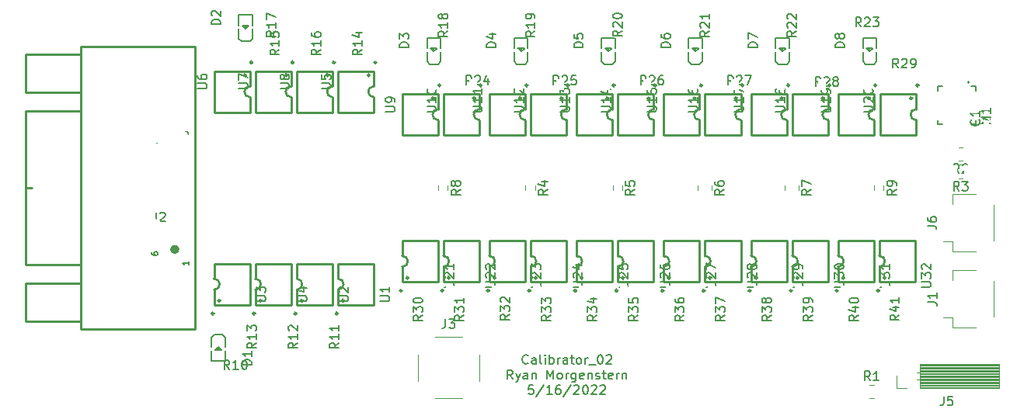
<source format=gto>
G04 #@! TF.GenerationSoftware,KiCad,Pcbnew,(5.1.9)-1*
G04 #@! TF.CreationDate,2022-05-17T09:39:52-06:00*
G04 #@! TF.ProjectId,Calibrator_02,43616c69-6272-4617-946f-725f30322e6b,rev?*
G04 #@! TF.SameCoordinates,Original*
G04 #@! TF.FileFunction,Legend,Top*
G04 #@! TF.FilePolarity,Positive*
%FSLAX46Y46*%
G04 Gerber Fmt 4.6, Leading zero omitted, Abs format (unit mm)*
G04 Created by KiCad (PCBNEW (5.1.9)-1) date 2022-05-17 09:39:52*
%MOMM*%
%LPD*%
G01*
G04 APERTURE LIST*
%ADD10C,0.150000*%
%ADD11C,0.120000*%
%ADD12C,0.254000*%
%ADD13C,0.152000*%
%ADD14C,0.500000*%
%ADD15C,0.127000*%
%ADD16R,1.700000X1.700000*%
%ADD17C,2.250000*%
%ADD18C,2.050000*%
%ADD19R,0.900000X1.199000*%
%ADD20R,0.280000X0.665000*%
%ADD21R,0.665000X0.280000*%
%ADD22R,2.650000X2.650000*%
%ADD23C,5.000000*%
%ADD24C,1.575000*%
%ADD25R,1.575000X1.575000*%
%ADD26R,0.800000X0.800000*%
G04 APERTURE END LIST*
D10*
X39261904Y-19107142D02*
X39214285Y-19154761D01*
X39071428Y-19202380D01*
X38976190Y-19202380D01*
X38833333Y-19154761D01*
X38738095Y-19059523D01*
X38690476Y-18964285D01*
X38642857Y-18773809D01*
X38642857Y-18630952D01*
X38690476Y-18440476D01*
X38738095Y-18345238D01*
X38833333Y-18250000D01*
X38976190Y-18202380D01*
X39071428Y-18202380D01*
X39214285Y-18250000D01*
X39261904Y-18297619D01*
X40119047Y-19202380D02*
X40119047Y-18678571D01*
X40071428Y-18583333D01*
X39976190Y-18535714D01*
X39785714Y-18535714D01*
X39690476Y-18583333D01*
X40119047Y-19154761D02*
X40023809Y-19202380D01*
X39785714Y-19202380D01*
X39690476Y-19154761D01*
X39642857Y-19059523D01*
X39642857Y-18964285D01*
X39690476Y-18869047D01*
X39785714Y-18821428D01*
X40023809Y-18821428D01*
X40119047Y-18773809D01*
X40738095Y-19202380D02*
X40642857Y-19154761D01*
X40595238Y-19059523D01*
X40595238Y-18202380D01*
X41119047Y-19202380D02*
X41119047Y-18535714D01*
X41119047Y-18202380D02*
X41071428Y-18250000D01*
X41119047Y-18297619D01*
X41166666Y-18250000D01*
X41119047Y-18202380D01*
X41119047Y-18297619D01*
X41595238Y-19202380D02*
X41595238Y-18202380D01*
X41595238Y-18583333D02*
X41690476Y-18535714D01*
X41880952Y-18535714D01*
X41976190Y-18583333D01*
X42023809Y-18630952D01*
X42071428Y-18726190D01*
X42071428Y-19011904D01*
X42023809Y-19107142D01*
X41976190Y-19154761D01*
X41880952Y-19202380D01*
X41690476Y-19202380D01*
X41595238Y-19154761D01*
X42500000Y-19202380D02*
X42500000Y-18535714D01*
X42500000Y-18726190D02*
X42547619Y-18630952D01*
X42595238Y-18583333D01*
X42690476Y-18535714D01*
X42785714Y-18535714D01*
X43547619Y-19202380D02*
X43547619Y-18678571D01*
X43500000Y-18583333D01*
X43404761Y-18535714D01*
X43214285Y-18535714D01*
X43119047Y-18583333D01*
X43547619Y-19154761D02*
X43452380Y-19202380D01*
X43214285Y-19202380D01*
X43119047Y-19154761D01*
X43071428Y-19059523D01*
X43071428Y-18964285D01*
X43119047Y-18869047D01*
X43214285Y-18821428D01*
X43452380Y-18821428D01*
X43547619Y-18773809D01*
X43880952Y-18535714D02*
X44261904Y-18535714D01*
X44023809Y-18202380D02*
X44023809Y-19059523D01*
X44071428Y-19154761D01*
X44166666Y-19202380D01*
X44261904Y-19202380D01*
X44738095Y-19202380D02*
X44642857Y-19154761D01*
X44595238Y-19107142D01*
X44547619Y-19011904D01*
X44547619Y-18726190D01*
X44595238Y-18630952D01*
X44642857Y-18583333D01*
X44738095Y-18535714D01*
X44880952Y-18535714D01*
X44976190Y-18583333D01*
X45023809Y-18630952D01*
X45071428Y-18726190D01*
X45071428Y-19011904D01*
X45023809Y-19107142D01*
X44976190Y-19154761D01*
X44880952Y-19202380D01*
X44738095Y-19202380D01*
X45500000Y-19202380D02*
X45500000Y-18535714D01*
X45500000Y-18726190D02*
X45547619Y-18630952D01*
X45595238Y-18583333D01*
X45690476Y-18535714D01*
X45785714Y-18535714D01*
X45880952Y-19297619D02*
X46642857Y-19297619D01*
X47071428Y-18202380D02*
X47166666Y-18202380D01*
X47261904Y-18250000D01*
X47309523Y-18297619D01*
X47357142Y-18392857D01*
X47404761Y-18583333D01*
X47404761Y-18821428D01*
X47357142Y-19011904D01*
X47309523Y-19107142D01*
X47261904Y-19154761D01*
X47166666Y-19202380D01*
X47071428Y-19202380D01*
X46976190Y-19154761D01*
X46928571Y-19107142D01*
X46880952Y-19011904D01*
X46833333Y-18821428D01*
X46833333Y-18583333D01*
X46880952Y-18392857D01*
X46928571Y-18297619D01*
X46976190Y-18250000D01*
X47071428Y-18202380D01*
X47785714Y-18297619D02*
X47833333Y-18250000D01*
X47928571Y-18202380D01*
X48166666Y-18202380D01*
X48261904Y-18250000D01*
X48309523Y-18297619D01*
X48357142Y-18392857D01*
X48357142Y-18488095D01*
X48309523Y-18630952D01*
X47738095Y-19202380D01*
X48357142Y-19202380D01*
X37595238Y-20852380D02*
X37261904Y-20376190D01*
X37023809Y-20852380D02*
X37023809Y-19852380D01*
X37404761Y-19852380D01*
X37500000Y-19900000D01*
X37547619Y-19947619D01*
X37595238Y-20042857D01*
X37595238Y-20185714D01*
X37547619Y-20280952D01*
X37500000Y-20328571D01*
X37404761Y-20376190D01*
X37023809Y-20376190D01*
X37928571Y-20185714D02*
X38166666Y-20852380D01*
X38404761Y-20185714D02*
X38166666Y-20852380D01*
X38071428Y-21090476D01*
X38023809Y-21138095D01*
X37928571Y-21185714D01*
X39214285Y-20852380D02*
X39214285Y-20328571D01*
X39166666Y-20233333D01*
X39071428Y-20185714D01*
X38880952Y-20185714D01*
X38785714Y-20233333D01*
X39214285Y-20804761D02*
X39119047Y-20852380D01*
X38880952Y-20852380D01*
X38785714Y-20804761D01*
X38738095Y-20709523D01*
X38738095Y-20614285D01*
X38785714Y-20519047D01*
X38880952Y-20471428D01*
X39119047Y-20471428D01*
X39214285Y-20423809D01*
X39690476Y-20185714D02*
X39690476Y-20852380D01*
X39690476Y-20280952D02*
X39738095Y-20233333D01*
X39833333Y-20185714D01*
X39976190Y-20185714D01*
X40071428Y-20233333D01*
X40119047Y-20328571D01*
X40119047Y-20852380D01*
X41357142Y-20852380D02*
X41357142Y-19852380D01*
X41690476Y-20566666D01*
X42023809Y-19852380D01*
X42023809Y-20852380D01*
X42642857Y-20852380D02*
X42547619Y-20804761D01*
X42500000Y-20757142D01*
X42452380Y-20661904D01*
X42452380Y-20376190D01*
X42500000Y-20280952D01*
X42547619Y-20233333D01*
X42642857Y-20185714D01*
X42785714Y-20185714D01*
X42880952Y-20233333D01*
X42928571Y-20280952D01*
X42976190Y-20376190D01*
X42976190Y-20661904D01*
X42928571Y-20757142D01*
X42880952Y-20804761D01*
X42785714Y-20852380D01*
X42642857Y-20852380D01*
X43404761Y-20852380D02*
X43404761Y-20185714D01*
X43404761Y-20376190D02*
X43452380Y-20280952D01*
X43500000Y-20233333D01*
X43595238Y-20185714D01*
X43690476Y-20185714D01*
X44452380Y-20185714D02*
X44452380Y-20995238D01*
X44404761Y-21090476D01*
X44357142Y-21138095D01*
X44261904Y-21185714D01*
X44119047Y-21185714D01*
X44023809Y-21138095D01*
X44452380Y-20804761D02*
X44357142Y-20852380D01*
X44166666Y-20852380D01*
X44071428Y-20804761D01*
X44023809Y-20757142D01*
X43976190Y-20661904D01*
X43976190Y-20376190D01*
X44023809Y-20280952D01*
X44071428Y-20233333D01*
X44166666Y-20185714D01*
X44357142Y-20185714D01*
X44452380Y-20233333D01*
X45309523Y-20804761D02*
X45214285Y-20852380D01*
X45023809Y-20852380D01*
X44928571Y-20804761D01*
X44880952Y-20709523D01*
X44880952Y-20328571D01*
X44928571Y-20233333D01*
X45023809Y-20185714D01*
X45214285Y-20185714D01*
X45309523Y-20233333D01*
X45357142Y-20328571D01*
X45357142Y-20423809D01*
X44880952Y-20519047D01*
X45785714Y-20185714D02*
X45785714Y-20852380D01*
X45785714Y-20280952D02*
X45833333Y-20233333D01*
X45928571Y-20185714D01*
X46071428Y-20185714D01*
X46166666Y-20233333D01*
X46214285Y-20328571D01*
X46214285Y-20852380D01*
X46642857Y-20804761D02*
X46738095Y-20852380D01*
X46928571Y-20852380D01*
X47023809Y-20804761D01*
X47071428Y-20709523D01*
X47071428Y-20661904D01*
X47023809Y-20566666D01*
X46928571Y-20519047D01*
X46785714Y-20519047D01*
X46690476Y-20471428D01*
X46642857Y-20376190D01*
X46642857Y-20328571D01*
X46690476Y-20233333D01*
X46785714Y-20185714D01*
X46928571Y-20185714D01*
X47023809Y-20233333D01*
X47357142Y-20185714D02*
X47738095Y-20185714D01*
X47500000Y-19852380D02*
X47500000Y-20709523D01*
X47547619Y-20804761D01*
X47642857Y-20852380D01*
X47738095Y-20852380D01*
X48452380Y-20804761D02*
X48357142Y-20852380D01*
X48166666Y-20852380D01*
X48071428Y-20804761D01*
X48023809Y-20709523D01*
X48023809Y-20328571D01*
X48071428Y-20233333D01*
X48166666Y-20185714D01*
X48357142Y-20185714D01*
X48452380Y-20233333D01*
X48500000Y-20328571D01*
X48500000Y-20423809D01*
X48023809Y-20519047D01*
X48928571Y-20852380D02*
X48928571Y-20185714D01*
X48928571Y-20376190D02*
X48976190Y-20280952D01*
X49023809Y-20233333D01*
X49119047Y-20185714D01*
X49214285Y-20185714D01*
X49547619Y-20185714D02*
X49547619Y-20852380D01*
X49547619Y-20280952D02*
X49595238Y-20233333D01*
X49690476Y-20185714D01*
X49833333Y-20185714D01*
X49928571Y-20233333D01*
X49976190Y-20328571D01*
X49976190Y-20852380D01*
X39833333Y-21502380D02*
X39357142Y-21502380D01*
X39309523Y-21978571D01*
X39357142Y-21930952D01*
X39452380Y-21883333D01*
X39690476Y-21883333D01*
X39785714Y-21930952D01*
X39833333Y-21978571D01*
X39880952Y-22073809D01*
X39880952Y-22311904D01*
X39833333Y-22407142D01*
X39785714Y-22454761D01*
X39690476Y-22502380D01*
X39452380Y-22502380D01*
X39357142Y-22454761D01*
X39309523Y-22407142D01*
X41023809Y-21454761D02*
X40166666Y-22740476D01*
X41880952Y-22502380D02*
X41309523Y-22502380D01*
X41595238Y-22502380D02*
X41595238Y-21502380D01*
X41500000Y-21645238D01*
X41404761Y-21740476D01*
X41309523Y-21788095D01*
X42738095Y-21502380D02*
X42547619Y-21502380D01*
X42452380Y-21550000D01*
X42404761Y-21597619D01*
X42309523Y-21740476D01*
X42261904Y-21930952D01*
X42261904Y-22311904D01*
X42309523Y-22407142D01*
X42357142Y-22454761D01*
X42452380Y-22502380D01*
X42642857Y-22502380D01*
X42738095Y-22454761D01*
X42785714Y-22407142D01*
X42833333Y-22311904D01*
X42833333Y-22073809D01*
X42785714Y-21978571D01*
X42738095Y-21930952D01*
X42642857Y-21883333D01*
X42452380Y-21883333D01*
X42357142Y-21930952D01*
X42309523Y-21978571D01*
X42261904Y-22073809D01*
X43976190Y-21454761D02*
X43119047Y-22740476D01*
X44261904Y-21597619D02*
X44309523Y-21550000D01*
X44404761Y-21502380D01*
X44642857Y-21502380D01*
X44738095Y-21550000D01*
X44785714Y-21597619D01*
X44833333Y-21692857D01*
X44833333Y-21788095D01*
X44785714Y-21930952D01*
X44214285Y-22502380D01*
X44833333Y-22502380D01*
X45452380Y-21502380D02*
X45547619Y-21502380D01*
X45642857Y-21550000D01*
X45690476Y-21597619D01*
X45738095Y-21692857D01*
X45785714Y-21883333D01*
X45785714Y-22121428D01*
X45738095Y-22311904D01*
X45690476Y-22407142D01*
X45642857Y-22454761D01*
X45547619Y-22502380D01*
X45452380Y-22502380D01*
X45357142Y-22454761D01*
X45309523Y-22407142D01*
X45261904Y-22311904D01*
X45214285Y-22121428D01*
X45214285Y-21883333D01*
X45261904Y-21692857D01*
X45309523Y-21597619D01*
X45357142Y-21550000D01*
X45452380Y-21502380D01*
X46166666Y-21597619D02*
X46214285Y-21550000D01*
X46309523Y-21502380D01*
X46547619Y-21502380D01*
X46642857Y-21550000D01*
X46690476Y-21597619D01*
X46738095Y-21692857D01*
X46738095Y-21788095D01*
X46690476Y-21930952D01*
X46119047Y-22502380D01*
X46738095Y-22502380D01*
X47119047Y-21597619D02*
X47166666Y-21550000D01*
X47261904Y-21502380D01*
X47500000Y-21502380D01*
X47595238Y-21550000D01*
X47642857Y-21597619D01*
X47690476Y-21692857D01*
X47690476Y-21788095D01*
X47642857Y-21930952D01*
X47071428Y-22502380D01*
X47690476Y-22502380D01*
D11*
X90590000Y-21710000D02*
X81960000Y-21710000D01*
X90590000Y-21594545D02*
X81960000Y-21594545D01*
X90590000Y-21479090D02*
X81960000Y-21479090D01*
X90590000Y-21363635D02*
X81960000Y-21363635D01*
X90590000Y-21248180D02*
X81960000Y-21248180D01*
X90590000Y-21132725D02*
X81960000Y-21132725D01*
X90590000Y-21017270D02*
X81960000Y-21017270D01*
X90590000Y-20901815D02*
X81960000Y-20901815D01*
X90590000Y-20786360D02*
X81960000Y-20786360D01*
X90590000Y-20670905D02*
X81960000Y-20670905D01*
X90590000Y-20555450D02*
X81960000Y-20555450D01*
X90590000Y-20439995D02*
X81960000Y-20439995D01*
X90590000Y-20324540D02*
X81960000Y-20324540D01*
X90590000Y-20209085D02*
X81960000Y-20209085D01*
X90590000Y-20093630D02*
X81960000Y-20093630D01*
X90590000Y-19978175D02*
X81960000Y-19978175D01*
X90590000Y-19862720D02*
X81960000Y-19862720D01*
X90590000Y-19747265D02*
X81960000Y-19747265D01*
X90590000Y-19631810D02*
X81960000Y-19631810D01*
X90590000Y-19516355D02*
X81960000Y-19516355D01*
X90590000Y-19400900D02*
X81960000Y-19400900D01*
X90590000Y-19285445D02*
X81960000Y-19285445D01*
X81960000Y-20860000D02*
X81610000Y-20860000D01*
X81960000Y-20140000D02*
X81610000Y-20140000D01*
X90590000Y-21830000D02*
X81960000Y-21830000D01*
X81960000Y-21830000D02*
X81960000Y-19170000D01*
X90590000Y-19170000D02*
X81960000Y-19170000D01*
X90590000Y-21830000D02*
X90590000Y-19170000D01*
X79390000Y-21830000D02*
X79390000Y-20500000D01*
X80500000Y-21830000D02*
X79390000Y-21830000D01*
X27245000Y-18150000D02*
X27245000Y-21050000D01*
X33955000Y-18150000D02*
X33955000Y-21050000D01*
X29150000Y-22955000D02*
X32050000Y-22955000D01*
X29150000Y-16245000D02*
X32050000Y-16245000D01*
D12*
X81450000Y-5800000D02*
X81450000Y-10200000D01*
X77550000Y-5750000D02*
X81450000Y-5750000D01*
X81450000Y-10250000D02*
X77550000Y-10250000D01*
X77550000Y-5750000D02*
X77550000Y-7400000D01*
X77550000Y-10250000D02*
X77550000Y-8600000D01*
X77527000Y-11200000D02*
G75*
G03*
X77527000Y-11200000I-127000J0D01*
G01*
X78227000Y-9800000D02*
G75*
G03*
X78227000Y-9800000I-127000J0D01*
G01*
X77550000Y-7401000D02*
G75*
G02*
X77550000Y-8599000I0J-599000D01*
G01*
X77650000Y5800000D02*
X77650000Y10200000D01*
X81550000Y5750000D02*
X77650000Y5750000D01*
X77650000Y10250000D02*
X81550000Y10250000D01*
X81550000Y5750000D02*
X81550000Y7400000D01*
X81550000Y10250000D02*
X81550000Y8600000D01*
X81827000Y11200000D02*
G75*
G03*
X81827000Y11200000I-127000J0D01*
G01*
X81127000Y9800000D02*
G75*
G03*
X81127000Y9800000I-127000J0D01*
G01*
X81550000Y7401000D02*
G75*
G02*
X81550000Y8599000I0J599000D01*
G01*
X76950000Y-5800000D02*
X76950000Y-10200000D01*
X73050000Y-5750000D02*
X76950000Y-5750000D01*
X76950000Y-10250000D02*
X73050000Y-10250000D01*
X73050000Y-5750000D02*
X73050000Y-7400000D01*
X73050000Y-10250000D02*
X73050000Y-8600000D01*
X73027000Y-11200000D02*
G75*
G03*
X73027000Y-11200000I-127000J0D01*
G01*
X73727000Y-9800000D02*
G75*
G03*
X73727000Y-9800000I-127000J0D01*
G01*
X73050000Y-7401000D02*
G75*
G02*
X73050000Y-8599000I0J-599000D01*
G01*
X73050000Y5800000D02*
X73050000Y10200000D01*
X76950000Y5750000D02*
X73050000Y5750000D01*
X73050000Y10250000D02*
X76950000Y10250000D01*
X76950000Y5750000D02*
X76950000Y7400000D01*
X76950000Y10250000D02*
X76950000Y8600000D01*
X77227000Y11200000D02*
G75*
G03*
X77227000Y11200000I-127000J0D01*
G01*
X76527000Y9800000D02*
G75*
G03*
X76527000Y9800000I-127000J0D01*
G01*
X76950000Y7401000D02*
G75*
G02*
X76950000Y8599000I0J599000D01*
G01*
X71950000Y-5800000D02*
X71950000Y-10200000D01*
X68050000Y-5750000D02*
X71950000Y-5750000D01*
X71950000Y-10250000D02*
X68050000Y-10250000D01*
X68050000Y-5750000D02*
X68050000Y-7400000D01*
X68050000Y-10250000D02*
X68050000Y-8600000D01*
X68027000Y-11200000D02*
G75*
G03*
X68027000Y-11200000I-127000J0D01*
G01*
X68727000Y-9800000D02*
G75*
G03*
X68727000Y-9800000I-127000J0D01*
G01*
X68050000Y-7401000D02*
G75*
G02*
X68050000Y-8599000I0J-599000D01*
G01*
X68050000Y5800000D02*
X68050000Y10200000D01*
X71950000Y5750000D02*
X68050000Y5750000D01*
X68050000Y10250000D02*
X71950000Y10250000D01*
X71950000Y5750000D02*
X71950000Y7400000D01*
X71950000Y10250000D02*
X71950000Y8600000D01*
X72227000Y11200000D02*
G75*
G03*
X72227000Y11200000I-127000J0D01*
G01*
X71527000Y9800000D02*
G75*
G03*
X71527000Y9800000I-127000J0D01*
G01*
X71950000Y7401000D02*
G75*
G02*
X71950000Y8599000I0J599000D01*
G01*
X67450000Y-5800000D02*
X67450000Y-10200000D01*
X63550000Y-5750000D02*
X67450000Y-5750000D01*
X67450000Y-10250000D02*
X63550000Y-10250000D01*
X63550000Y-5750000D02*
X63550000Y-7400000D01*
X63550000Y-10250000D02*
X63550000Y-8600000D01*
X63527000Y-11200000D02*
G75*
G03*
X63527000Y-11200000I-127000J0D01*
G01*
X64227000Y-9800000D02*
G75*
G03*
X64227000Y-9800000I-127000J0D01*
G01*
X63550000Y-7401000D02*
G75*
G02*
X63550000Y-8599000I0J-599000D01*
G01*
X63550000Y5800000D02*
X63550000Y10200000D01*
X67450000Y5750000D02*
X63550000Y5750000D01*
X63550000Y10250000D02*
X67450000Y10250000D01*
X67450000Y5750000D02*
X67450000Y7400000D01*
X67450000Y10250000D02*
X67450000Y8600000D01*
X67727000Y11200000D02*
G75*
G03*
X67727000Y11200000I-127000J0D01*
G01*
X67027000Y9800000D02*
G75*
G03*
X67027000Y9800000I-127000J0D01*
G01*
X67450000Y7401000D02*
G75*
G02*
X67450000Y8599000I0J599000D01*
G01*
X62450000Y-5800000D02*
X62450000Y-10200000D01*
X58550000Y-5750000D02*
X62450000Y-5750000D01*
X62450000Y-10250000D02*
X58550000Y-10250000D01*
X58550000Y-5750000D02*
X58550000Y-7400000D01*
X58550000Y-10250000D02*
X58550000Y-8600000D01*
X58527000Y-11200000D02*
G75*
G03*
X58527000Y-11200000I-127000J0D01*
G01*
X59227000Y-9800000D02*
G75*
G03*
X59227000Y-9800000I-127000J0D01*
G01*
X58550000Y-7401000D02*
G75*
G02*
X58550000Y-8599000I0J-599000D01*
G01*
X58550000Y5800000D02*
X58550000Y10200000D01*
X62450000Y5750000D02*
X58550000Y5750000D01*
X58550000Y10250000D02*
X62450000Y10250000D01*
X62450000Y5750000D02*
X62450000Y7400000D01*
X62450000Y10250000D02*
X62450000Y8600000D01*
X62727000Y11200000D02*
G75*
G03*
X62727000Y11200000I-127000J0D01*
G01*
X62027000Y9800000D02*
G75*
G03*
X62027000Y9800000I-127000J0D01*
G01*
X62450000Y7401000D02*
G75*
G02*
X62450000Y8599000I0J599000D01*
G01*
X57950000Y-5800000D02*
X57950000Y-10200000D01*
X54050000Y-5750000D02*
X57950000Y-5750000D01*
X57950000Y-10250000D02*
X54050000Y-10250000D01*
X54050000Y-5750000D02*
X54050000Y-7400000D01*
X54050000Y-10250000D02*
X54050000Y-8600000D01*
X54027000Y-11200000D02*
G75*
G03*
X54027000Y-11200000I-127000J0D01*
G01*
X54727000Y-9800000D02*
G75*
G03*
X54727000Y-9800000I-127000J0D01*
G01*
X54050000Y-7401000D02*
G75*
G02*
X54050000Y-8599000I0J-599000D01*
G01*
X54050000Y5800000D02*
X54050000Y10200000D01*
X57950000Y5750000D02*
X54050000Y5750000D01*
X54050000Y10250000D02*
X57950000Y10250000D01*
X57950000Y5750000D02*
X57950000Y7400000D01*
X57950000Y10250000D02*
X57950000Y8600000D01*
X58227000Y11200000D02*
G75*
G03*
X58227000Y11200000I-127000J0D01*
G01*
X57527000Y9800000D02*
G75*
G03*
X57527000Y9800000I-127000J0D01*
G01*
X57950000Y7401000D02*
G75*
G02*
X57950000Y8599000I0J599000D01*
G01*
X52950000Y-5800000D02*
X52950000Y-10200000D01*
X49050000Y-5750000D02*
X52950000Y-5750000D01*
X52950000Y-10250000D02*
X49050000Y-10250000D01*
X49050000Y-5750000D02*
X49050000Y-7400000D01*
X49050000Y-10250000D02*
X49050000Y-8600000D01*
X49027000Y-11200000D02*
G75*
G03*
X49027000Y-11200000I-127000J0D01*
G01*
X49727000Y-9800000D02*
G75*
G03*
X49727000Y-9800000I-127000J0D01*
G01*
X49050000Y-7401000D02*
G75*
G02*
X49050000Y-8599000I0J-599000D01*
G01*
X48450000Y-5800000D02*
X48450000Y-10200000D01*
X44550000Y-5750000D02*
X48450000Y-5750000D01*
X48450000Y-10250000D02*
X44550000Y-10250000D01*
X44550000Y-5750000D02*
X44550000Y-7400000D01*
X44550000Y-10250000D02*
X44550000Y-8600000D01*
X44527000Y-11200000D02*
G75*
G03*
X44527000Y-11200000I-127000J0D01*
G01*
X45227000Y-9800000D02*
G75*
G03*
X45227000Y-9800000I-127000J0D01*
G01*
X44550000Y-7401000D02*
G75*
G02*
X44550000Y-8599000I0J-599000D01*
G01*
X43450000Y-5800000D02*
X43450000Y-10200000D01*
X39550000Y-5750000D02*
X43450000Y-5750000D01*
X43450000Y-10250000D02*
X39550000Y-10250000D01*
X39550000Y-5750000D02*
X39550000Y-7400000D01*
X39550000Y-10250000D02*
X39550000Y-8600000D01*
X39527000Y-11200000D02*
G75*
G03*
X39527000Y-11200000I-127000J0D01*
G01*
X40227000Y-9800000D02*
G75*
G03*
X40227000Y-9800000I-127000J0D01*
G01*
X39550000Y-7401000D02*
G75*
G02*
X39550000Y-8599000I0J-599000D01*
G01*
X38950000Y-5800000D02*
X38950000Y-10200000D01*
X35050000Y-5750000D02*
X38950000Y-5750000D01*
X38950000Y-10250000D02*
X35050000Y-10250000D01*
X35050000Y-5750000D02*
X35050000Y-7400000D01*
X35050000Y-10250000D02*
X35050000Y-8600000D01*
X35027000Y-11200000D02*
G75*
G03*
X35027000Y-11200000I-127000J0D01*
G01*
X35727000Y-9800000D02*
G75*
G03*
X35727000Y-9800000I-127000J0D01*
G01*
X35050000Y-7401000D02*
G75*
G02*
X35050000Y-8599000I0J-599000D01*
G01*
X33950000Y-5800000D02*
X33950000Y-10200000D01*
X30050000Y-5750000D02*
X33950000Y-5750000D01*
X33950000Y-10250000D02*
X30050000Y-10250000D01*
X30050000Y-5750000D02*
X30050000Y-7400000D01*
X30050000Y-10250000D02*
X30050000Y-8600000D01*
X30027000Y-11200000D02*
G75*
G03*
X30027000Y-11200000I-127000J0D01*
G01*
X30727000Y-9800000D02*
G75*
G03*
X30727000Y-9800000I-127000J0D01*
G01*
X30050000Y-7401000D02*
G75*
G02*
X30050000Y-8599000I0J-599000D01*
G01*
X29450000Y-5800000D02*
X29450000Y-10200000D01*
X25550000Y-5750000D02*
X29450000Y-5750000D01*
X29450000Y-10250000D02*
X25550000Y-10250000D01*
X25550000Y-5750000D02*
X25550000Y-7400000D01*
X25550000Y-10250000D02*
X25550000Y-8600000D01*
X25527000Y-11200000D02*
G75*
G03*
X25527000Y-11200000I-127000J0D01*
G01*
X26227000Y-9800000D02*
G75*
G03*
X26227000Y-9800000I-127000J0D01*
G01*
X25550000Y-7401000D02*
G75*
G02*
X25550000Y-8599000I0J-599000D01*
G01*
X49050000Y5800000D02*
X49050000Y10200000D01*
X52950000Y5750000D02*
X49050000Y5750000D01*
X49050000Y10250000D02*
X52950000Y10250000D01*
X52950000Y5750000D02*
X52950000Y7400000D01*
X52950000Y10250000D02*
X52950000Y8600000D01*
X53227000Y11200000D02*
G75*
G03*
X53227000Y11200000I-127000J0D01*
G01*
X52527000Y9800000D02*
G75*
G03*
X52527000Y9800000I-127000J0D01*
G01*
X52950000Y7401000D02*
G75*
G02*
X52950000Y8599000I0J599000D01*
G01*
X44550000Y5800000D02*
X44550000Y10200000D01*
X48450000Y5750000D02*
X44550000Y5750000D01*
X44550000Y10250000D02*
X48450000Y10250000D01*
X48450000Y5750000D02*
X48450000Y7400000D01*
X48450000Y10250000D02*
X48450000Y8600000D01*
X48727000Y11200000D02*
G75*
G03*
X48727000Y11200000I-127000J0D01*
G01*
X48027000Y9800000D02*
G75*
G03*
X48027000Y9800000I-127000J0D01*
G01*
X48450000Y7401000D02*
G75*
G02*
X48450000Y8599000I0J599000D01*
G01*
X39550000Y5800000D02*
X39550000Y10200000D01*
X43450000Y5750000D02*
X39550000Y5750000D01*
X39550000Y10250000D02*
X43450000Y10250000D01*
X43450000Y5750000D02*
X43450000Y7400000D01*
X43450000Y10250000D02*
X43450000Y8600000D01*
X43727000Y11200000D02*
G75*
G03*
X43727000Y11200000I-127000J0D01*
G01*
X43027000Y9800000D02*
G75*
G03*
X43027000Y9800000I-127000J0D01*
G01*
X43450000Y7401000D02*
G75*
G02*
X43450000Y8599000I0J599000D01*
G01*
X35050000Y5800000D02*
X35050000Y10200000D01*
X38950000Y5750000D02*
X35050000Y5750000D01*
X35050000Y10250000D02*
X38950000Y10250000D01*
X38950000Y5750000D02*
X38950000Y7400000D01*
X38950000Y10250000D02*
X38950000Y8600000D01*
X39227000Y11200000D02*
G75*
G03*
X39227000Y11200000I-127000J0D01*
G01*
X38527000Y9800000D02*
G75*
G03*
X38527000Y9800000I-127000J0D01*
G01*
X38950000Y7401000D02*
G75*
G02*
X38950000Y8599000I0J599000D01*
G01*
X30050000Y5800000D02*
X30050000Y10200000D01*
X33950000Y5750000D02*
X30050000Y5750000D01*
X30050000Y10250000D02*
X33950000Y10250000D01*
X33950000Y5750000D02*
X33950000Y7400000D01*
X33950000Y10250000D02*
X33950000Y8600000D01*
X34227000Y11200000D02*
G75*
G03*
X34227000Y11200000I-127000J0D01*
G01*
X33527000Y9800000D02*
G75*
G03*
X33527000Y9800000I-127000J0D01*
G01*
X33950000Y7401000D02*
G75*
G02*
X33950000Y8599000I0J599000D01*
G01*
X25550000Y5800000D02*
X25550000Y10200000D01*
X29450000Y5750000D02*
X25550000Y5750000D01*
X25550000Y10250000D02*
X29450000Y10250000D01*
X29450000Y5750000D02*
X29450000Y7400000D01*
X29450000Y10250000D02*
X29450000Y8600000D01*
X29727000Y11200000D02*
G75*
G03*
X29727000Y11200000I-127000J0D01*
G01*
X29027000Y9800000D02*
G75*
G03*
X29027000Y9800000I-127000J0D01*
G01*
X29450000Y7401000D02*
G75*
G02*
X29450000Y8599000I0J599000D01*
G01*
D13*
X88076000Y10580000D02*
X88076000Y11076000D01*
X88076000Y11076000D02*
X87580000Y11076000D01*
X88076000Y7420000D02*
X88076000Y6924000D01*
X88076000Y6924000D02*
X87580000Y6924000D01*
X83924000Y7420000D02*
X83924000Y6924000D01*
X83924000Y6924000D02*
X84420000Y6924000D01*
X83924000Y10580000D02*
X83924000Y11076000D01*
X83924000Y11076000D02*
X84420000Y11076000D01*
D10*
X87325000Y11540000D02*
G75*
G03*
X87325000Y11540000I-75000J0D01*
G01*
D12*
X14050000Y8300000D02*
X14050000Y12700000D01*
X17950000Y8250000D02*
X14050000Y8250000D01*
X14050000Y12750000D02*
X17950000Y12750000D01*
X17950000Y8250000D02*
X17950000Y9900000D01*
X17950000Y12750000D02*
X17950000Y11100000D01*
X18227000Y13700000D02*
G75*
G03*
X18227000Y13700000I-127000J0D01*
G01*
X17527000Y12300000D02*
G75*
G03*
X17527000Y12300000I-127000J0D01*
G01*
X17950000Y9901000D02*
G75*
G02*
X17950000Y11099000I0J599000D01*
G01*
X9550000Y8300000D02*
X9550000Y12700000D01*
X13450000Y8250000D02*
X9550000Y8250000D01*
X9550000Y12750000D02*
X13450000Y12750000D01*
X13450000Y8250000D02*
X13450000Y9900000D01*
X13450000Y12750000D02*
X13450000Y11100000D01*
X13727000Y13700000D02*
G75*
G03*
X13727000Y13700000I-127000J0D01*
G01*
X13027000Y12300000D02*
G75*
G03*
X13027000Y12300000I-127000J0D01*
G01*
X13450000Y9901000D02*
G75*
G02*
X13450000Y11099000I0J599000D01*
G01*
X5050000Y8300000D02*
X5050000Y12700000D01*
X8950000Y8250000D02*
X5050000Y8250000D01*
X5050000Y12750000D02*
X8950000Y12750000D01*
X8950000Y8250000D02*
X8950000Y9900000D01*
X8950000Y12750000D02*
X8950000Y11100000D01*
X9227000Y13700000D02*
G75*
G03*
X9227000Y13700000I-127000J0D01*
G01*
X8527000Y12300000D02*
G75*
G03*
X8527000Y12300000I-127000J0D01*
G01*
X8950000Y9901000D02*
G75*
G02*
X8950000Y11099000I0J599000D01*
G01*
X18550000Y8300000D02*
X18550000Y12700000D01*
X22450000Y8250000D02*
X18550000Y8250000D01*
X18550000Y12750000D02*
X22450000Y12750000D01*
X22450000Y8250000D02*
X22450000Y9900000D01*
X22450000Y12750000D02*
X22450000Y11100000D01*
X22727000Y13700000D02*
G75*
G03*
X22727000Y13700000I-127000J0D01*
G01*
X22027000Y12300000D02*
G75*
G03*
X22027000Y12300000I-127000J0D01*
G01*
X22450000Y9901000D02*
G75*
G02*
X22450000Y11099000I0J599000D01*
G01*
X13450000Y-8300000D02*
X13450000Y-12700000D01*
X9550000Y-8250000D02*
X13450000Y-8250000D01*
X13450000Y-12750000D02*
X9550000Y-12750000D01*
X9550000Y-8250000D02*
X9550000Y-9900000D01*
X9550000Y-12750000D02*
X9550000Y-11100000D01*
X9527000Y-13700000D02*
G75*
G03*
X9527000Y-13700000I-127000J0D01*
G01*
X10227000Y-12300000D02*
G75*
G03*
X10227000Y-12300000I-127000J0D01*
G01*
X9550000Y-9901000D02*
G75*
G02*
X9550000Y-11099000I0J-599000D01*
G01*
X8950000Y-8300000D02*
X8950000Y-12700000D01*
X5050000Y-8250000D02*
X8950000Y-8250000D01*
X8950000Y-12750000D02*
X5050000Y-12750000D01*
X5050000Y-8250000D02*
X5050000Y-9900000D01*
X5050000Y-12750000D02*
X5050000Y-11100000D01*
X5027000Y-13700000D02*
G75*
G03*
X5027000Y-13700000I-127000J0D01*
G01*
X5727000Y-12300000D02*
G75*
G03*
X5727000Y-12300000I-127000J0D01*
G01*
X5050000Y-9901000D02*
G75*
G02*
X5050000Y-11099000I0J-599000D01*
G01*
X17950000Y-8300000D02*
X17950000Y-12700000D01*
X14050000Y-8250000D02*
X17950000Y-8250000D01*
X17950000Y-12750000D02*
X14050000Y-12750000D01*
X14050000Y-8250000D02*
X14050000Y-9900000D01*
X14050000Y-12750000D02*
X14050000Y-11100000D01*
X14027000Y-13700000D02*
G75*
G03*
X14027000Y-13700000I-127000J0D01*
G01*
X14727000Y-12300000D02*
G75*
G03*
X14727000Y-12300000I-127000J0D01*
G01*
X14050000Y-9901000D02*
G75*
G02*
X14050000Y-11099000I0J-599000D01*
G01*
X22450000Y-8300000D02*
X22450000Y-12700000D01*
X18550000Y-8250000D02*
X22450000Y-8250000D01*
X22450000Y-12750000D02*
X18550000Y-12750000D01*
X18550000Y-8250000D02*
X18550000Y-9900000D01*
X18550000Y-12750000D02*
X18550000Y-11100000D01*
X18527000Y-13700000D02*
G75*
G03*
X18527000Y-13700000I-127000J0D01*
G01*
X19227000Y-12300000D02*
G75*
G03*
X19227000Y-12300000I-127000J0D01*
G01*
X18550000Y-9901000D02*
G75*
G02*
X18550000Y-11099000I0J-599000D01*
G01*
X-9500000Y15400000D02*
X3000000Y15400000D01*
X3000000Y15400000D02*
X3000000Y-15400000D01*
X3000000Y-15400000D02*
X-9500000Y-15400000D01*
X-9500000Y-15400000D02*
X-9500000Y15400000D01*
X-14780000Y5000D02*
X-15480000Y5000D01*
X-9500000Y-8370000D02*
X-15500000Y-8370000D01*
X-15500000Y-8370000D02*
X-15500000Y8380000D01*
X-15500000Y8380000D02*
X-9500000Y8380000D01*
X-9500000Y-10430000D02*
X-15500000Y-10430000D01*
X-9500000Y-14570000D02*
X-15499000Y-14570000D01*
X-15499000Y-14570000D02*
X-15499000Y-10460000D01*
X-15500000Y14540000D02*
X-15500000Y10430000D01*
X-15500000Y10430000D02*
X-9500000Y10430000D01*
X-9500000Y14570000D02*
X-15500000Y14570000D01*
D14*
X1010000Y-6710000D02*
G75*
G03*
X1010000Y-6710000I-250000J0D01*
G01*
D10*
X76824000Y15220000D02*
X76824000Y15210000D01*
X76824000Y15210000D02*
X76493000Y14880000D01*
X76143000Y15220000D02*
X76153000Y15220000D01*
X76153000Y15220000D02*
X76493000Y14880000D01*
X76143000Y15220000D02*
X76824000Y15220000D01*
X75743000Y15240000D02*
X75743000Y16390000D01*
X77244000Y15240000D02*
X77244000Y16390000D01*
X75744000Y16390000D02*
X77223000Y16390000D01*
X77246000Y14860000D02*
X77246000Y13810000D01*
X76846000Y13510000D02*
X76946000Y13510000D01*
X76946000Y13510000D02*
X77246000Y13810000D01*
X76146000Y13510000D02*
X76846000Y13510000D01*
X76146000Y13510000D02*
X76046000Y13510000D01*
X76046000Y13510000D02*
X75746000Y13810000D01*
X75746000Y14860000D02*
X75746000Y13810000D01*
X76493000Y15220000D02*
X76493000Y14880000D01*
X67324000Y15220000D02*
X67324000Y15210000D01*
X67324000Y15210000D02*
X66993000Y14880000D01*
X66643000Y15220000D02*
X66653000Y15220000D01*
X66653000Y15220000D02*
X66993000Y14880000D01*
X66643000Y15220000D02*
X67324000Y15220000D01*
X66243000Y15240000D02*
X66243000Y16390000D01*
X67744000Y15240000D02*
X67744000Y16390000D01*
X66244000Y16390000D02*
X67723000Y16390000D01*
X67746000Y14860000D02*
X67746000Y13810000D01*
X67346000Y13510000D02*
X67446000Y13510000D01*
X67446000Y13510000D02*
X67746000Y13810000D01*
X66646000Y13510000D02*
X67346000Y13510000D01*
X66646000Y13510000D02*
X66546000Y13510000D01*
X66546000Y13510000D02*
X66246000Y13810000D01*
X66246000Y14860000D02*
X66246000Y13810000D01*
X66993000Y15220000D02*
X66993000Y14880000D01*
X57824000Y15220000D02*
X57824000Y15210000D01*
X57824000Y15210000D02*
X57493000Y14880000D01*
X57143000Y15220000D02*
X57153000Y15220000D01*
X57153000Y15220000D02*
X57493000Y14880000D01*
X57143000Y15220000D02*
X57824000Y15220000D01*
X56743000Y15240000D02*
X56743000Y16390000D01*
X58244000Y15240000D02*
X58244000Y16390000D01*
X56744000Y16390000D02*
X58223000Y16390000D01*
X58246000Y14860000D02*
X58246000Y13810000D01*
X57846000Y13510000D02*
X57946000Y13510000D01*
X57946000Y13510000D02*
X58246000Y13810000D01*
X57146000Y13510000D02*
X57846000Y13510000D01*
X57146000Y13510000D02*
X57046000Y13510000D01*
X57046000Y13510000D02*
X56746000Y13810000D01*
X56746000Y14860000D02*
X56746000Y13810000D01*
X57493000Y15220000D02*
X57493000Y14880000D01*
X48324000Y15220000D02*
X48324000Y15210000D01*
X48324000Y15210000D02*
X47993000Y14880000D01*
X47643000Y15220000D02*
X47653000Y15220000D01*
X47653000Y15220000D02*
X47993000Y14880000D01*
X47643000Y15220000D02*
X48324000Y15220000D01*
X47243000Y15240000D02*
X47243000Y16390000D01*
X48744000Y15240000D02*
X48744000Y16390000D01*
X47244000Y16390000D02*
X48723000Y16390000D01*
X48746000Y14860000D02*
X48746000Y13810000D01*
X48346000Y13510000D02*
X48446000Y13510000D01*
X48446000Y13510000D02*
X48746000Y13810000D01*
X47646000Y13510000D02*
X48346000Y13510000D01*
X47646000Y13510000D02*
X47546000Y13510000D01*
X47546000Y13510000D02*
X47246000Y13810000D01*
X47246000Y14860000D02*
X47246000Y13810000D01*
X47993000Y15220000D02*
X47993000Y14880000D01*
X38824000Y15220000D02*
X38824000Y15210000D01*
X38824000Y15210000D02*
X38493000Y14880000D01*
X38143000Y15220000D02*
X38153000Y15220000D01*
X38153000Y15220000D02*
X38493000Y14880000D01*
X38143000Y15220000D02*
X38824000Y15220000D01*
X37743000Y15240000D02*
X37743000Y16390000D01*
X39244000Y15240000D02*
X39244000Y16390000D01*
X37744000Y16390000D02*
X39223000Y16390000D01*
X39246000Y14860000D02*
X39246000Y13810000D01*
X38846000Y13510000D02*
X38946000Y13510000D01*
X38946000Y13510000D02*
X39246000Y13810000D01*
X38146000Y13510000D02*
X38846000Y13510000D01*
X38146000Y13510000D02*
X38046000Y13510000D01*
X38046000Y13510000D02*
X37746000Y13810000D01*
X37746000Y14860000D02*
X37746000Y13810000D01*
X38493000Y15220000D02*
X38493000Y14880000D01*
X29324000Y15220000D02*
X29324000Y15210000D01*
X29324000Y15210000D02*
X28993000Y14880000D01*
X28643000Y15220000D02*
X28653000Y15220000D01*
X28653000Y15220000D02*
X28993000Y14880000D01*
X28643000Y15220000D02*
X29324000Y15220000D01*
X28243000Y15240000D02*
X28243000Y16390000D01*
X29744000Y15240000D02*
X29744000Y16390000D01*
X28244000Y16390000D02*
X29723000Y16390000D01*
X29746000Y14860000D02*
X29746000Y13810000D01*
X29346000Y13510000D02*
X29446000Y13510000D01*
X29446000Y13510000D02*
X29746000Y13810000D01*
X28646000Y13510000D02*
X29346000Y13510000D01*
X28646000Y13510000D02*
X28546000Y13510000D01*
X28546000Y13510000D02*
X28246000Y13810000D01*
X28246000Y14860000D02*
X28246000Y13810000D01*
X28993000Y15220000D02*
X28993000Y14880000D01*
X5176000Y-17720000D02*
X5176000Y-17710000D01*
X5176000Y-17710000D02*
X5507000Y-17380000D01*
X5857000Y-17720000D02*
X5847000Y-17720000D01*
X5847000Y-17720000D02*
X5507000Y-17380000D01*
X5857000Y-17720000D02*
X5176000Y-17720000D01*
X6257000Y-17740000D02*
X6257000Y-18890000D01*
X4756000Y-17740000D02*
X4756000Y-18890000D01*
X6256000Y-18890000D02*
X4777000Y-18890000D01*
X4754000Y-17360000D02*
X4754000Y-16310000D01*
X5154000Y-16010000D02*
X5054000Y-16010000D01*
X5054000Y-16010000D02*
X4754000Y-16310000D01*
X5854000Y-16010000D02*
X5154000Y-16010000D01*
X5854000Y-16010000D02*
X5954000Y-16010000D01*
X5954000Y-16010000D02*
X6254000Y-16310000D01*
X6254000Y-17360000D02*
X6254000Y-16310000D01*
X5507000Y-17720000D02*
X5507000Y-17380000D01*
X8824000Y17720000D02*
X8824000Y17710000D01*
X8824000Y17710000D02*
X8493000Y17380000D01*
X8143000Y17720000D02*
X8153000Y17720000D01*
X8153000Y17720000D02*
X8493000Y17380000D01*
X8143000Y17720000D02*
X8824000Y17720000D01*
X7743000Y17740000D02*
X7743000Y18890000D01*
X9244000Y17740000D02*
X9244000Y18890000D01*
X7744000Y18890000D02*
X9223000Y18890000D01*
X9246000Y17360000D02*
X9246000Y16310000D01*
X8846000Y16010000D02*
X8946000Y16010000D01*
X8946000Y16010000D02*
X9246000Y16310000D01*
X8146000Y16010000D02*
X8846000Y16010000D01*
X8146000Y16010000D02*
X8046000Y16010000D01*
X8046000Y16010000D02*
X7746000Y16310000D01*
X7746000Y17360000D02*
X7746000Y16310000D01*
X8493000Y17720000D02*
X8493000Y17380000D01*
D11*
X76472936Y-21465000D02*
X76927064Y-21465000D01*
X76472936Y-22935000D02*
X76927064Y-22935000D01*
X86627064Y2965000D02*
X86172936Y2965000D01*
X86627064Y4435000D02*
X86172936Y4435000D01*
X78022500Y254724D02*
X78022500Y-254724D01*
X76977500Y254724D02*
X76977500Y-254724D01*
X86627064Y1065000D02*
X86172936Y1065000D01*
X86627064Y2535000D02*
X86172936Y2535000D01*
X68735000Y227064D02*
X68735000Y-227064D01*
X67265000Y227064D02*
X67265000Y-227064D01*
X59235000Y227064D02*
X59235000Y-227064D01*
X57765000Y227064D02*
X57765000Y-227064D01*
X49522500Y254724D02*
X49522500Y-254724D01*
X48477500Y254724D02*
X48477500Y-254724D01*
X40022500Y254724D02*
X40022500Y-254724D01*
X38977500Y254724D02*
X38977500Y-254724D01*
X30522500Y254724D02*
X30522500Y-254724D01*
X29477500Y254724D02*
X29477500Y-254724D01*
X88015000Y-6910000D02*
X85515000Y-6910000D01*
X85515000Y-6910000D02*
X85515000Y-5860000D01*
X85515000Y-5860000D02*
X84525000Y-5860000D01*
X88015000Y-690000D02*
X85515000Y-690000D01*
X85515000Y-690000D02*
X85515000Y-1740000D01*
X89985000Y-5740000D02*
X89985000Y-1860000D01*
X88025000Y-15210000D02*
X85525000Y-15210000D01*
X85525000Y-15210000D02*
X85525000Y-14160000D01*
X85525000Y-14160000D02*
X84535000Y-14160000D01*
X88025000Y-8990000D02*
X85525000Y-8990000D01*
X85525000Y-8990000D02*
X85525000Y-10040000D01*
X89995000Y-14040000D02*
X89995000Y-10160000D01*
X88840000Y7492164D02*
X88840000Y7707836D01*
X89560000Y7492164D02*
X89560000Y7707836D01*
D10*
X84546666Y-22722380D02*
X84546666Y-23436666D01*
X84499047Y-23579523D01*
X84403809Y-23674761D01*
X84260952Y-23722380D01*
X84165714Y-23722380D01*
X85499047Y-22722380D02*
X85022857Y-22722380D01*
X84975238Y-23198571D01*
X85022857Y-23150952D01*
X85118095Y-23103333D01*
X85356190Y-23103333D01*
X85451428Y-23150952D01*
X85499047Y-23198571D01*
X85546666Y-23293809D01*
X85546666Y-23531904D01*
X85499047Y-23627142D01*
X85451428Y-23674761D01*
X85356190Y-23722380D01*
X85118095Y-23722380D01*
X85022857Y-23674761D01*
X84975238Y-23627142D01*
X79702380Y-13842857D02*
X79226190Y-14176190D01*
X79702380Y-14414285D02*
X78702380Y-14414285D01*
X78702380Y-14033333D01*
X78750000Y-13938095D01*
X78797619Y-13890476D01*
X78892857Y-13842857D01*
X79035714Y-13842857D01*
X79130952Y-13890476D01*
X79178571Y-13938095D01*
X79226190Y-14033333D01*
X79226190Y-14414285D01*
X79035714Y-12985714D02*
X79702380Y-12985714D01*
X78654761Y-13223809D02*
X79369047Y-13461904D01*
X79369047Y-12842857D01*
X79702380Y-11938095D02*
X79702380Y-12509523D01*
X79702380Y-12223809D02*
X78702380Y-12223809D01*
X78845238Y-12319047D01*
X78940476Y-12414285D01*
X78988095Y-12509523D01*
X75252380Y-13892857D02*
X74776190Y-14226190D01*
X75252380Y-14464285D02*
X74252380Y-14464285D01*
X74252380Y-14083333D01*
X74300000Y-13988095D01*
X74347619Y-13940476D01*
X74442857Y-13892857D01*
X74585714Y-13892857D01*
X74680952Y-13940476D01*
X74728571Y-13988095D01*
X74776190Y-14083333D01*
X74776190Y-14464285D01*
X74585714Y-13035714D02*
X75252380Y-13035714D01*
X74204761Y-13273809D02*
X74919047Y-13511904D01*
X74919047Y-12892857D01*
X74252380Y-12321428D02*
X74252380Y-12226190D01*
X74300000Y-12130952D01*
X74347619Y-12083333D01*
X74442857Y-12035714D01*
X74633333Y-11988095D01*
X74871428Y-11988095D01*
X75061904Y-12035714D01*
X75157142Y-12083333D01*
X75204761Y-12130952D01*
X75252380Y-12226190D01*
X75252380Y-12321428D01*
X75204761Y-12416666D01*
X75157142Y-12464285D01*
X75061904Y-12511904D01*
X74871428Y-12559523D01*
X74633333Y-12559523D01*
X74442857Y-12511904D01*
X74347619Y-12464285D01*
X74300000Y-12416666D01*
X74252380Y-12321428D01*
X70252380Y-13892857D02*
X69776190Y-14226190D01*
X70252380Y-14464285D02*
X69252380Y-14464285D01*
X69252380Y-14083333D01*
X69300000Y-13988095D01*
X69347619Y-13940476D01*
X69442857Y-13892857D01*
X69585714Y-13892857D01*
X69680952Y-13940476D01*
X69728571Y-13988095D01*
X69776190Y-14083333D01*
X69776190Y-14464285D01*
X69252380Y-13559523D02*
X69252380Y-12940476D01*
X69633333Y-13273809D01*
X69633333Y-13130952D01*
X69680952Y-13035714D01*
X69728571Y-12988095D01*
X69823809Y-12940476D01*
X70061904Y-12940476D01*
X70157142Y-12988095D01*
X70204761Y-13035714D01*
X70252380Y-13130952D01*
X70252380Y-13416666D01*
X70204761Y-13511904D01*
X70157142Y-13559523D01*
X70252380Y-12464285D02*
X70252380Y-12273809D01*
X70204761Y-12178571D01*
X70157142Y-12130952D01*
X70014285Y-12035714D01*
X69823809Y-11988095D01*
X69442857Y-11988095D01*
X69347619Y-12035714D01*
X69300000Y-12083333D01*
X69252380Y-12178571D01*
X69252380Y-12369047D01*
X69300000Y-12464285D01*
X69347619Y-12511904D01*
X69442857Y-12559523D01*
X69680952Y-12559523D01*
X69776190Y-12511904D01*
X69823809Y-12464285D01*
X69871428Y-12369047D01*
X69871428Y-12178571D01*
X69823809Y-12083333D01*
X69776190Y-12035714D01*
X69680952Y-11988095D01*
X65752380Y-13892857D02*
X65276190Y-14226190D01*
X65752380Y-14464285D02*
X64752380Y-14464285D01*
X64752380Y-14083333D01*
X64800000Y-13988095D01*
X64847619Y-13940476D01*
X64942857Y-13892857D01*
X65085714Y-13892857D01*
X65180952Y-13940476D01*
X65228571Y-13988095D01*
X65276190Y-14083333D01*
X65276190Y-14464285D01*
X64752380Y-13559523D02*
X64752380Y-12940476D01*
X65133333Y-13273809D01*
X65133333Y-13130952D01*
X65180952Y-13035714D01*
X65228571Y-12988095D01*
X65323809Y-12940476D01*
X65561904Y-12940476D01*
X65657142Y-12988095D01*
X65704761Y-13035714D01*
X65752380Y-13130952D01*
X65752380Y-13416666D01*
X65704761Y-13511904D01*
X65657142Y-13559523D01*
X65180952Y-12369047D02*
X65133333Y-12464285D01*
X65085714Y-12511904D01*
X64990476Y-12559523D01*
X64942857Y-12559523D01*
X64847619Y-12511904D01*
X64800000Y-12464285D01*
X64752380Y-12369047D01*
X64752380Y-12178571D01*
X64800000Y-12083333D01*
X64847619Y-12035714D01*
X64942857Y-11988095D01*
X64990476Y-11988095D01*
X65085714Y-12035714D01*
X65133333Y-12083333D01*
X65180952Y-12178571D01*
X65180952Y-12369047D01*
X65228571Y-12464285D01*
X65276190Y-12511904D01*
X65371428Y-12559523D01*
X65561904Y-12559523D01*
X65657142Y-12511904D01*
X65704761Y-12464285D01*
X65752380Y-12369047D01*
X65752380Y-12178571D01*
X65704761Y-12083333D01*
X65657142Y-12035714D01*
X65561904Y-11988095D01*
X65371428Y-11988095D01*
X65276190Y-12035714D01*
X65228571Y-12083333D01*
X65180952Y-12178571D01*
X60702380Y-13892857D02*
X60226190Y-14226190D01*
X60702380Y-14464285D02*
X59702380Y-14464285D01*
X59702380Y-14083333D01*
X59750000Y-13988095D01*
X59797619Y-13940476D01*
X59892857Y-13892857D01*
X60035714Y-13892857D01*
X60130952Y-13940476D01*
X60178571Y-13988095D01*
X60226190Y-14083333D01*
X60226190Y-14464285D01*
X59702380Y-13559523D02*
X59702380Y-12940476D01*
X60083333Y-13273809D01*
X60083333Y-13130952D01*
X60130952Y-13035714D01*
X60178571Y-12988095D01*
X60273809Y-12940476D01*
X60511904Y-12940476D01*
X60607142Y-12988095D01*
X60654761Y-13035714D01*
X60702380Y-13130952D01*
X60702380Y-13416666D01*
X60654761Y-13511904D01*
X60607142Y-13559523D01*
X59702380Y-12607142D02*
X59702380Y-11940476D01*
X60702380Y-12369047D01*
X56252380Y-13892857D02*
X55776190Y-14226190D01*
X56252380Y-14464285D02*
X55252380Y-14464285D01*
X55252380Y-14083333D01*
X55300000Y-13988095D01*
X55347619Y-13940476D01*
X55442857Y-13892857D01*
X55585714Y-13892857D01*
X55680952Y-13940476D01*
X55728571Y-13988095D01*
X55776190Y-14083333D01*
X55776190Y-14464285D01*
X55252380Y-13559523D02*
X55252380Y-12940476D01*
X55633333Y-13273809D01*
X55633333Y-13130952D01*
X55680952Y-13035714D01*
X55728571Y-12988095D01*
X55823809Y-12940476D01*
X56061904Y-12940476D01*
X56157142Y-12988095D01*
X56204761Y-13035714D01*
X56252380Y-13130952D01*
X56252380Y-13416666D01*
X56204761Y-13511904D01*
X56157142Y-13559523D01*
X55252380Y-12083333D02*
X55252380Y-12273809D01*
X55300000Y-12369047D01*
X55347619Y-12416666D01*
X55490476Y-12511904D01*
X55680952Y-12559523D01*
X56061904Y-12559523D01*
X56157142Y-12511904D01*
X56204761Y-12464285D01*
X56252380Y-12369047D01*
X56252380Y-12178571D01*
X56204761Y-12083333D01*
X56157142Y-12035714D01*
X56061904Y-11988095D01*
X55823809Y-11988095D01*
X55728571Y-12035714D01*
X55680952Y-12083333D01*
X55633333Y-12178571D01*
X55633333Y-12369047D01*
X55680952Y-12464285D01*
X55728571Y-12511904D01*
X55823809Y-12559523D01*
X51252380Y-13892857D02*
X50776190Y-14226190D01*
X51252380Y-14464285D02*
X50252380Y-14464285D01*
X50252380Y-14083333D01*
X50300000Y-13988095D01*
X50347619Y-13940476D01*
X50442857Y-13892857D01*
X50585714Y-13892857D01*
X50680952Y-13940476D01*
X50728571Y-13988095D01*
X50776190Y-14083333D01*
X50776190Y-14464285D01*
X50252380Y-13559523D02*
X50252380Y-12940476D01*
X50633333Y-13273809D01*
X50633333Y-13130952D01*
X50680952Y-13035714D01*
X50728571Y-12988095D01*
X50823809Y-12940476D01*
X51061904Y-12940476D01*
X51157142Y-12988095D01*
X51204761Y-13035714D01*
X51252380Y-13130952D01*
X51252380Y-13416666D01*
X51204761Y-13511904D01*
X51157142Y-13559523D01*
X50252380Y-12035714D02*
X50252380Y-12511904D01*
X50728571Y-12559523D01*
X50680952Y-12511904D01*
X50633333Y-12416666D01*
X50633333Y-12178571D01*
X50680952Y-12083333D01*
X50728571Y-12035714D01*
X50823809Y-11988095D01*
X51061904Y-11988095D01*
X51157142Y-12035714D01*
X51204761Y-12083333D01*
X51252380Y-12178571D01*
X51252380Y-12416666D01*
X51204761Y-12511904D01*
X51157142Y-12559523D01*
X46752380Y-13892857D02*
X46276190Y-14226190D01*
X46752380Y-14464285D02*
X45752380Y-14464285D01*
X45752380Y-14083333D01*
X45800000Y-13988095D01*
X45847619Y-13940476D01*
X45942857Y-13892857D01*
X46085714Y-13892857D01*
X46180952Y-13940476D01*
X46228571Y-13988095D01*
X46276190Y-14083333D01*
X46276190Y-14464285D01*
X45752380Y-13559523D02*
X45752380Y-12940476D01*
X46133333Y-13273809D01*
X46133333Y-13130952D01*
X46180952Y-13035714D01*
X46228571Y-12988095D01*
X46323809Y-12940476D01*
X46561904Y-12940476D01*
X46657142Y-12988095D01*
X46704761Y-13035714D01*
X46752380Y-13130952D01*
X46752380Y-13416666D01*
X46704761Y-13511904D01*
X46657142Y-13559523D01*
X46085714Y-12083333D02*
X46752380Y-12083333D01*
X45704761Y-12321428D02*
X46419047Y-12559523D01*
X46419047Y-11940476D01*
X41752380Y-13892857D02*
X41276190Y-14226190D01*
X41752380Y-14464285D02*
X40752380Y-14464285D01*
X40752380Y-14083333D01*
X40800000Y-13988095D01*
X40847619Y-13940476D01*
X40942857Y-13892857D01*
X41085714Y-13892857D01*
X41180952Y-13940476D01*
X41228571Y-13988095D01*
X41276190Y-14083333D01*
X41276190Y-14464285D01*
X40752380Y-13559523D02*
X40752380Y-12940476D01*
X41133333Y-13273809D01*
X41133333Y-13130952D01*
X41180952Y-13035714D01*
X41228571Y-12988095D01*
X41323809Y-12940476D01*
X41561904Y-12940476D01*
X41657142Y-12988095D01*
X41704761Y-13035714D01*
X41752380Y-13130952D01*
X41752380Y-13416666D01*
X41704761Y-13511904D01*
X41657142Y-13559523D01*
X40752380Y-12607142D02*
X40752380Y-11988095D01*
X41133333Y-12321428D01*
X41133333Y-12178571D01*
X41180952Y-12083333D01*
X41228571Y-12035714D01*
X41323809Y-11988095D01*
X41561904Y-11988095D01*
X41657142Y-12035714D01*
X41704761Y-12083333D01*
X41752380Y-12178571D01*
X41752380Y-12464285D01*
X41704761Y-12559523D01*
X41657142Y-12607142D01*
X37252380Y-13800357D02*
X36776190Y-14133690D01*
X37252380Y-14371785D02*
X36252380Y-14371785D01*
X36252380Y-13990833D01*
X36300000Y-13895595D01*
X36347619Y-13847976D01*
X36442857Y-13800357D01*
X36585714Y-13800357D01*
X36680952Y-13847976D01*
X36728571Y-13895595D01*
X36776190Y-13990833D01*
X36776190Y-14371785D01*
X36252380Y-13467023D02*
X36252380Y-12847976D01*
X36633333Y-13181309D01*
X36633333Y-13038452D01*
X36680952Y-12943214D01*
X36728571Y-12895595D01*
X36823809Y-12847976D01*
X37061904Y-12847976D01*
X37157142Y-12895595D01*
X37204761Y-12943214D01*
X37252380Y-13038452D01*
X37252380Y-13324166D01*
X37204761Y-13419404D01*
X37157142Y-13467023D01*
X36347619Y-12467023D02*
X36300000Y-12419404D01*
X36252380Y-12324166D01*
X36252380Y-12086071D01*
X36300000Y-11990833D01*
X36347619Y-11943214D01*
X36442857Y-11895595D01*
X36538095Y-11895595D01*
X36680952Y-11943214D01*
X37252380Y-12514642D01*
X37252380Y-11895595D01*
X32252380Y-13892857D02*
X31776190Y-14226190D01*
X32252380Y-14464285D02*
X31252380Y-14464285D01*
X31252380Y-14083333D01*
X31300000Y-13988095D01*
X31347619Y-13940476D01*
X31442857Y-13892857D01*
X31585714Y-13892857D01*
X31680952Y-13940476D01*
X31728571Y-13988095D01*
X31776190Y-14083333D01*
X31776190Y-14464285D01*
X31252380Y-13559523D02*
X31252380Y-12940476D01*
X31633333Y-13273809D01*
X31633333Y-13130952D01*
X31680952Y-13035714D01*
X31728571Y-12988095D01*
X31823809Y-12940476D01*
X32061904Y-12940476D01*
X32157142Y-12988095D01*
X32204761Y-13035714D01*
X32252380Y-13130952D01*
X32252380Y-13416666D01*
X32204761Y-13511904D01*
X32157142Y-13559523D01*
X32252380Y-11988095D02*
X32252380Y-12559523D01*
X32252380Y-12273809D02*
X31252380Y-12273809D01*
X31395238Y-12369047D01*
X31490476Y-12464285D01*
X31538095Y-12559523D01*
X27752380Y-13892857D02*
X27276190Y-14226190D01*
X27752380Y-14464285D02*
X26752380Y-14464285D01*
X26752380Y-14083333D01*
X26800000Y-13988095D01*
X26847619Y-13940476D01*
X26942857Y-13892857D01*
X27085714Y-13892857D01*
X27180952Y-13940476D01*
X27228571Y-13988095D01*
X27276190Y-14083333D01*
X27276190Y-14464285D01*
X26752380Y-13559523D02*
X26752380Y-12940476D01*
X27133333Y-13273809D01*
X27133333Y-13130952D01*
X27180952Y-13035714D01*
X27228571Y-12988095D01*
X27323809Y-12940476D01*
X27561904Y-12940476D01*
X27657142Y-12988095D01*
X27704761Y-13035714D01*
X27752380Y-13130952D01*
X27752380Y-13416666D01*
X27704761Y-13511904D01*
X27657142Y-13559523D01*
X26752380Y-12321428D02*
X26752380Y-12226190D01*
X26800000Y-12130952D01*
X26847619Y-12083333D01*
X26942857Y-12035714D01*
X27133333Y-11988095D01*
X27371428Y-11988095D01*
X27561904Y-12035714D01*
X27657142Y-12083333D01*
X27704761Y-12130952D01*
X27752380Y-12226190D01*
X27752380Y-12321428D01*
X27704761Y-12416666D01*
X27657142Y-12464285D01*
X27561904Y-12511904D01*
X27371428Y-12559523D01*
X27133333Y-12559523D01*
X26942857Y-12511904D01*
X26847619Y-12464285D01*
X26800000Y-12416666D01*
X26752380Y-12321428D01*
X79607142Y13097619D02*
X79273809Y13573809D01*
X79035714Y13097619D02*
X79035714Y14097619D01*
X79416666Y14097619D01*
X79511904Y14050000D01*
X79559523Y14002380D01*
X79607142Y13907142D01*
X79607142Y13764285D01*
X79559523Y13669047D01*
X79511904Y13621428D01*
X79416666Y13573809D01*
X79035714Y13573809D01*
X79988095Y14002380D02*
X80035714Y14050000D01*
X80130952Y14097619D01*
X80369047Y14097619D01*
X80464285Y14050000D01*
X80511904Y14002380D01*
X80559523Y13907142D01*
X80559523Y13811904D01*
X80511904Y13669047D01*
X79940476Y13097619D01*
X80559523Y13097619D01*
X81035714Y13097619D02*
X81226190Y13097619D01*
X81321428Y13145238D01*
X81369047Y13192857D01*
X81464285Y13335714D01*
X81511904Y13526190D01*
X81511904Y13907142D01*
X81464285Y14002380D01*
X81416666Y14050000D01*
X81321428Y14097619D01*
X81130952Y14097619D01*
X81035714Y14050000D01*
X80988095Y14002380D01*
X80940476Y13907142D01*
X80940476Y13669047D01*
X80988095Y13573809D01*
X81035714Y13526190D01*
X81130952Y13478571D01*
X81321428Y13478571D01*
X81416666Y13526190D01*
X81464285Y13573809D01*
X81511904Y13669047D01*
X71149642Y11097619D02*
X70816309Y11573809D01*
X70578214Y11097619D02*
X70578214Y12097619D01*
X70959166Y12097619D01*
X71054404Y12050000D01*
X71102023Y12002380D01*
X71149642Y11907142D01*
X71149642Y11764285D01*
X71102023Y11669047D01*
X71054404Y11621428D01*
X70959166Y11573809D01*
X70578214Y11573809D01*
X71530595Y12002380D02*
X71578214Y12050000D01*
X71673452Y12097619D01*
X71911547Y12097619D01*
X72006785Y12050000D01*
X72054404Y12002380D01*
X72102023Y11907142D01*
X72102023Y11811904D01*
X72054404Y11669047D01*
X71482976Y11097619D01*
X72102023Y11097619D01*
X72673452Y11669047D02*
X72578214Y11716666D01*
X72530595Y11764285D01*
X72482976Y11859523D01*
X72482976Y11907142D01*
X72530595Y12002380D01*
X72578214Y12050000D01*
X72673452Y12097619D01*
X72863928Y12097619D01*
X72959166Y12050000D01*
X73006785Y12002380D01*
X73054404Y11907142D01*
X73054404Y11859523D01*
X73006785Y11764285D01*
X72959166Y11716666D01*
X72863928Y11669047D01*
X72673452Y11669047D01*
X72578214Y11621428D01*
X72530595Y11573809D01*
X72482976Y11478571D01*
X72482976Y11288095D01*
X72530595Y11192857D01*
X72578214Y11145238D01*
X72673452Y11097619D01*
X72863928Y11097619D01*
X72959166Y11145238D01*
X73006785Y11192857D01*
X73054404Y11288095D01*
X73054404Y11478571D01*
X73006785Y11573809D01*
X72959166Y11621428D01*
X72863928Y11669047D01*
X61607142Y11247619D02*
X61273809Y11723809D01*
X61035714Y11247619D02*
X61035714Y12247619D01*
X61416666Y12247619D01*
X61511904Y12200000D01*
X61559523Y12152380D01*
X61607142Y12057142D01*
X61607142Y11914285D01*
X61559523Y11819047D01*
X61511904Y11771428D01*
X61416666Y11723809D01*
X61035714Y11723809D01*
X61988095Y12152380D02*
X62035714Y12200000D01*
X62130952Y12247619D01*
X62369047Y12247619D01*
X62464285Y12200000D01*
X62511904Y12152380D01*
X62559523Y12057142D01*
X62559523Y11961904D01*
X62511904Y11819047D01*
X61940476Y11247619D01*
X62559523Y11247619D01*
X62892857Y12247619D02*
X63559523Y12247619D01*
X63130952Y11247619D01*
X52107142Y11247619D02*
X51773809Y11723809D01*
X51535714Y11247619D02*
X51535714Y12247619D01*
X51916666Y12247619D01*
X52011904Y12200000D01*
X52059523Y12152380D01*
X52107142Y12057142D01*
X52107142Y11914285D01*
X52059523Y11819047D01*
X52011904Y11771428D01*
X51916666Y11723809D01*
X51535714Y11723809D01*
X52488095Y12152380D02*
X52535714Y12200000D01*
X52630952Y12247619D01*
X52869047Y12247619D01*
X52964285Y12200000D01*
X53011904Y12152380D01*
X53059523Y12057142D01*
X53059523Y11961904D01*
X53011904Y11819047D01*
X52440476Y11247619D01*
X53059523Y11247619D01*
X53916666Y12247619D02*
X53726190Y12247619D01*
X53630952Y12200000D01*
X53583333Y12152380D01*
X53488095Y12009523D01*
X53440476Y11819047D01*
X53440476Y11438095D01*
X53488095Y11342857D01*
X53535714Y11295238D01*
X53630952Y11247619D01*
X53821428Y11247619D01*
X53916666Y11295238D01*
X53964285Y11342857D01*
X54011904Y11438095D01*
X54011904Y11676190D01*
X53964285Y11771428D01*
X53916666Y11819047D01*
X53821428Y11866666D01*
X53630952Y11866666D01*
X53535714Y11819047D01*
X53488095Y11771428D01*
X53440476Y11676190D01*
X42607142Y11247619D02*
X42273809Y11723809D01*
X42035714Y11247619D02*
X42035714Y12247619D01*
X42416666Y12247619D01*
X42511904Y12200000D01*
X42559523Y12152380D01*
X42607142Y12057142D01*
X42607142Y11914285D01*
X42559523Y11819047D01*
X42511904Y11771428D01*
X42416666Y11723809D01*
X42035714Y11723809D01*
X42988095Y12152380D02*
X43035714Y12200000D01*
X43130952Y12247619D01*
X43369047Y12247619D01*
X43464285Y12200000D01*
X43511904Y12152380D01*
X43559523Y12057142D01*
X43559523Y11961904D01*
X43511904Y11819047D01*
X42940476Y11247619D01*
X43559523Y11247619D01*
X44464285Y12247619D02*
X43988095Y12247619D01*
X43940476Y11771428D01*
X43988095Y11819047D01*
X44083333Y11866666D01*
X44321428Y11866666D01*
X44416666Y11819047D01*
X44464285Y11771428D01*
X44511904Y11676190D01*
X44511904Y11438095D01*
X44464285Y11342857D01*
X44416666Y11295238D01*
X44321428Y11247619D01*
X44083333Y11247619D01*
X43988095Y11295238D01*
X43940476Y11342857D01*
X33107142Y11247619D02*
X32773809Y11723809D01*
X32535714Y11247619D02*
X32535714Y12247619D01*
X32916666Y12247619D01*
X33011904Y12200000D01*
X33059523Y12152380D01*
X33107142Y12057142D01*
X33107142Y11914285D01*
X33059523Y11819047D01*
X33011904Y11771428D01*
X32916666Y11723809D01*
X32535714Y11723809D01*
X33488095Y12152380D02*
X33535714Y12200000D01*
X33630952Y12247619D01*
X33869047Y12247619D01*
X33964285Y12200000D01*
X34011904Y12152380D01*
X34059523Y12057142D01*
X34059523Y11961904D01*
X34011904Y11819047D01*
X33440476Y11247619D01*
X34059523Y11247619D01*
X34916666Y11914285D02*
X34916666Y11247619D01*
X34678571Y12295238D02*
X34440476Y11580952D01*
X35059523Y11580952D01*
X75557142Y17597619D02*
X75223809Y18073809D01*
X74985714Y17597619D02*
X74985714Y18597619D01*
X75366666Y18597619D01*
X75461904Y18550000D01*
X75509523Y18502380D01*
X75557142Y18407142D01*
X75557142Y18264285D01*
X75509523Y18169047D01*
X75461904Y18121428D01*
X75366666Y18073809D01*
X74985714Y18073809D01*
X75938095Y18502380D02*
X75985714Y18550000D01*
X76080952Y18597619D01*
X76319047Y18597619D01*
X76414285Y18550000D01*
X76461904Y18502380D01*
X76509523Y18407142D01*
X76509523Y18311904D01*
X76461904Y18169047D01*
X75890476Y17597619D01*
X76509523Y17597619D01*
X76842857Y18597619D02*
X77461904Y18597619D01*
X77128571Y18216666D01*
X77271428Y18216666D01*
X77366666Y18169047D01*
X77414285Y18121428D01*
X77461904Y18026190D01*
X77461904Y17788095D01*
X77414285Y17692857D01*
X77366666Y17645238D01*
X77271428Y17597619D01*
X76985714Y17597619D01*
X76890476Y17645238D01*
X76842857Y17692857D01*
X68502380Y17107142D02*
X68026190Y16773809D01*
X68502380Y16535714D02*
X67502380Y16535714D01*
X67502380Y16916666D01*
X67550000Y17011904D01*
X67597619Y17059523D01*
X67692857Y17107142D01*
X67835714Y17107142D01*
X67930952Y17059523D01*
X67978571Y17011904D01*
X68026190Y16916666D01*
X68026190Y16535714D01*
X67597619Y17488095D02*
X67550000Y17535714D01*
X67502380Y17630952D01*
X67502380Y17869047D01*
X67550000Y17964285D01*
X67597619Y18011904D01*
X67692857Y18059523D01*
X67788095Y18059523D01*
X67930952Y18011904D01*
X68502380Y17440476D01*
X68502380Y18059523D01*
X67597619Y18440476D02*
X67550000Y18488095D01*
X67502380Y18583333D01*
X67502380Y18821428D01*
X67550000Y18916666D01*
X67597619Y18964285D01*
X67692857Y19011904D01*
X67788095Y19011904D01*
X67930952Y18964285D01*
X68502380Y18392857D01*
X68502380Y19011904D01*
X59002380Y17107142D02*
X58526190Y16773809D01*
X59002380Y16535714D02*
X58002380Y16535714D01*
X58002380Y16916666D01*
X58050000Y17011904D01*
X58097619Y17059523D01*
X58192857Y17107142D01*
X58335714Y17107142D01*
X58430952Y17059523D01*
X58478571Y17011904D01*
X58526190Y16916666D01*
X58526190Y16535714D01*
X58097619Y17488095D02*
X58050000Y17535714D01*
X58002380Y17630952D01*
X58002380Y17869047D01*
X58050000Y17964285D01*
X58097619Y18011904D01*
X58192857Y18059523D01*
X58288095Y18059523D01*
X58430952Y18011904D01*
X59002380Y17440476D01*
X59002380Y18059523D01*
X59002380Y19011904D02*
X59002380Y18440476D01*
X59002380Y18726190D02*
X58002380Y18726190D01*
X58145238Y18630952D01*
X58240476Y18535714D01*
X58288095Y18440476D01*
X49502380Y17157142D02*
X49026190Y16823809D01*
X49502380Y16585714D02*
X48502380Y16585714D01*
X48502380Y16966666D01*
X48550000Y17061904D01*
X48597619Y17109523D01*
X48692857Y17157142D01*
X48835714Y17157142D01*
X48930952Y17109523D01*
X48978571Y17061904D01*
X49026190Y16966666D01*
X49026190Y16585714D01*
X48597619Y17538095D02*
X48550000Y17585714D01*
X48502380Y17680952D01*
X48502380Y17919047D01*
X48550000Y18014285D01*
X48597619Y18061904D01*
X48692857Y18109523D01*
X48788095Y18109523D01*
X48930952Y18061904D01*
X49502380Y17490476D01*
X49502380Y18109523D01*
X48502380Y18728571D02*
X48502380Y18823809D01*
X48550000Y18919047D01*
X48597619Y18966666D01*
X48692857Y19014285D01*
X48883333Y19061904D01*
X49121428Y19061904D01*
X49311904Y19014285D01*
X49407142Y18966666D01*
X49454761Y18919047D01*
X49502380Y18823809D01*
X49502380Y18728571D01*
X49454761Y18633333D01*
X49407142Y18585714D01*
X49311904Y18538095D01*
X49121428Y18490476D01*
X48883333Y18490476D01*
X48692857Y18538095D01*
X48597619Y18585714D01*
X48550000Y18633333D01*
X48502380Y18728571D01*
X40002380Y17107142D02*
X39526190Y16773809D01*
X40002380Y16535714D02*
X39002380Y16535714D01*
X39002380Y16916666D01*
X39050000Y17011904D01*
X39097619Y17059523D01*
X39192857Y17107142D01*
X39335714Y17107142D01*
X39430952Y17059523D01*
X39478571Y17011904D01*
X39526190Y16916666D01*
X39526190Y16535714D01*
X40002380Y18059523D02*
X40002380Y17488095D01*
X40002380Y17773809D02*
X39002380Y17773809D01*
X39145238Y17678571D01*
X39240476Y17583333D01*
X39288095Y17488095D01*
X40002380Y18535714D02*
X40002380Y18726190D01*
X39954761Y18821428D01*
X39907142Y18869047D01*
X39764285Y18964285D01*
X39573809Y19011904D01*
X39192857Y19011904D01*
X39097619Y18964285D01*
X39050000Y18916666D01*
X39002380Y18821428D01*
X39002380Y18630952D01*
X39050000Y18535714D01*
X39097619Y18488095D01*
X39192857Y18440476D01*
X39430952Y18440476D01*
X39526190Y18488095D01*
X39573809Y18535714D01*
X39621428Y18630952D01*
X39621428Y18821428D01*
X39573809Y18916666D01*
X39526190Y18964285D01*
X39430952Y19011904D01*
X30502380Y17107142D02*
X30026190Y16773809D01*
X30502380Y16535714D02*
X29502380Y16535714D01*
X29502380Y16916666D01*
X29550000Y17011904D01*
X29597619Y17059523D01*
X29692857Y17107142D01*
X29835714Y17107142D01*
X29930952Y17059523D01*
X29978571Y17011904D01*
X30026190Y16916666D01*
X30026190Y16535714D01*
X30502380Y18059523D02*
X30502380Y17488095D01*
X30502380Y17773809D02*
X29502380Y17773809D01*
X29645238Y17678571D01*
X29740476Y17583333D01*
X29788095Y17488095D01*
X29930952Y18630952D02*
X29883333Y18535714D01*
X29835714Y18488095D01*
X29740476Y18440476D01*
X29692857Y18440476D01*
X29597619Y18488095D01*
X29550000Y18535714D01*
X29502380Y18630952D01*
X29502380Y18821428D01*
X29550000Y18916666D01*
X29597619Y18964285D01*
X29692857Y19011904D01*
X29740476Y19011904D01*
X29835714Y18964285D01*
X29883333Y18916666D01*
X29930952Y18821428D01*
X29930952Y18630952D01*
X29978571Y18535714D01*
X30026190Y18488095D01*
X30121428Y18440476D01*
X30311904Y18440476D01*
X30407142Y18488095D01*
X30454761Y18535714D01*
X30502380Y18630952D01*
X30502380Y18821428D01*
X30454761Y18916666D01*
X30407142Y18964285D01*
X30311904Y19011904D01*
X30121428Y19011904D01*
X30026190Y18964285D01*
X29978571Y18916666D01*
X29930952Y18821428D01*
X11752380Y17107142D02*
X11276190Y16773809D01*
X11752380Y16535714D02*
X10752380Y16535714D01*
X10752380Y16916666D01*
X10800000Y17011904D01*
X10847619Y17059523D01*
X10942857Y17107142D01*
X11085714Y17107142D01*
X11180952Y17059523D01*
X11228571Y17011904D01*
X11276190Y16916666D01*
X11276190Y16535714D01*
X11752380Y18059523D02*
X11752380Y17488095D01*
X11752380Y17773809D02*
X10752380Y17773809D01*
X10895238Y17678571D01*
X10990476Y17583333D01*
X11038095Y17488095D01*
X10752380Y18392857D02*
X10752380Y19059523D01*
X11752380Y18630952D01*
X16652380Y15107142D02*
X16176190Y14773809D01*
X16652380Y14535714D02*
X15652380Y14535714D01*
X15652380Y14916666D01*
X15700000Y15011904D01*
X15747619Y15059523D01*
X15842857Y15107142D01*
X15985714Y15107142D01*
X16080952Y15059523D01*
X16128571Y15011904D01*
X16176190Y14916666D01*
X16176190Y14535714D01*
X16652380Y16059523D02*
X16652380Y15488095D01*
X16652380Y15773809D02*
X15652380Y15773809D01*
X15795238Y15678571D01*
X15890476Y15583333D01*
X15938095Y15488095D01*
X15652380Y16916666D02*
X15652380Y16726190D01*
X15700000Y16630952D01*
X15747619Y16583333D01*
X15890476Y16488095D01*
X16080952Y16440476D01*
X16461904Y16440476D01*
X16557142Y16488095D01*
X16604761Y16535714D01*
X16652380Y16630952D01*
X16652380Y16821428D01*
X16604761Y16916666D01*
X16557142Y16964285D01*
X16461904Y17011904D01*
X16223809Y17011904D01*
X16128571Y16964285D01*
X16080952Y16916666D01*
X16033333Y16821428D01*
X16033333Y16630952D01*
X16080952Y16535714D01*
X16128571Y16488095D01*
X16223809Y16440476D01*
X12152380Y15107142D02*
X11676190Y14773809D01*
X12152380Y14535714D02*
X11152380Y14535714D01*
X11152380Y14916666D01*
X11200000Y15011904D01*
X11247619Y15059523D01*
X11342857Y15107142D01*
X11485714Y15107142D01*
X11580952Y15059523D01*
X11628571Y15011904D01*
X11676190Y14916666D01*
X11676190Y14535714D01*
X12152380Y16059523D02*
X12152380Y15488095D01*
X12152380Y15773809D02*
X11152380Y15773809D01*
X11295238Y15678571D01*
X11390476Y15583333D01*
X11438095Y15488095D01*
X11152380Y16964285D02*
X11152380Y16488095D01*
X11628571Y16440476D01*
X11580952Y16488095D01*
X11533333Y16583333D01*
X11533333Y16821428D01*
X11580952Y16916666D01*
X11628571Y16964285D01*
X11723809Y17011904D01*
X11961904Y17011904D01*
X12057142Y16964285D01*
X12104761Y16916666D01*
X12152380Y16821428D01*
X12152380Y16583333D01*
X12104761Y16488095D01*
X12057142Y16440476D01*
X21152380Y15107142D02*
X20676190Y14773809D01*
X21152380Y14535714D02*
X20152380Y14535714D01*
X20152380Y14916666D01*
X20200000Y15011904D01*
X20247619Y15059523D01*
X20342857Y15107142D01*
X20485714Y15107142D01*
X20580952Y15059523D01*
X20628571Y15011904D01*
X20676190Y14916666D01*
X20676190Y14535714D01*
X21152380Y16059523D02*
X21152380Y15488095D01*
X21152380Y15773809D02*
X20152380Y15773809D01*
X20295238Y15678571D01*
X20390476Y15583333D01*
X20438095Y15488095D01*
X20485714Y16916666D02*
X21152380Y16916666D01*
X20104761Y16678571D02*
X20819047Y16440476D01*
X20819047Y17059523D01*
X9652380Y-16892857D02*
X9176190Y-17226190D01*
X9652380Y-17464285D02*
X8652380Y-17464285D01*
X8652380Y-17083333D01*
X8700000Y-16988095D01*
X8747619Y-16940476D01*
X8842857Y-16892857D01*
X8985714Y-16892857D01*
X9080952Y-16940476D01*
X9128571Y-16988095D01*
X9176190Y-17083333D01*
X9176190Y-17464285D01*
X9652380Y-15940476D02*
X9652380Y-16511904D01*
X9652380Y-16226190D02*
X8652380Y-16226190D01*
X8795238Y-16321428D01*
X8890476Y-16416666D01*
X8938095Y-16511904D01*
X8652380Y-15607142D02*
X8652380Y-14988095D01*
X9033333Y-15321428D01*
X9033333Y-15178571D01*
X9080952Y-15083333D01*
X9128571Y-15035714D01*
X9223809Y-14988095D01*
X9461904Y-14988095D01*
X9557142Y-15035714D01*
X9604761Y-15083333D01*
X9652380Y-15178571D01*
X9652380Y-15464285D01*
X9604761Y-15559523D01*
X9557142Y-15607142D01*
X14152380Y-16892857D02*
X13676190Y-17226190D01*
X14152380Y-17464285D02*
X13152380Y-17464285D01*
X13152380Y-17083333D01*
X13200000Y-16988095D01*
X13247619Y-16940476D01*
X13342857Y-16892857D01*
X13485714Y-16892857D01*
X13580952Y-16940476D01*
X13628571Y-16988095D01*
X13676190Y-17083333D01*
X13676190Y-17464285D01*
X14152380Y-15940476D02*
X14152380Y-16511904D01*
X14152380Y-16226190D02*
X13152380Y-16226190D01*
X13295238Y-16321428D01*
X13390476Y-16416666D01*
X13438095Y-16511904D01*
X13247619Y-15559523D02*
X13200000Y-15511904D01*
X13152380Y-15416666D01*
X13152380Y-15178571D01*
X13200000Y-15083333D01*
X13247619Y-15035714D01*
X13342857Y-14988095D01*
X13438095Y-14988095D01*
X13580952Y-15035714D01*
X14152380Y-15607142D01*
X14152380Y-14988095D01*
X18652380Y-16892857D02*
X18176190Y-17226190D01*
X18652380Y-17464285D02*
X17652380Y-17464285D01*
X17652380Y-17083333D01*
X17700000Y-16988095D01*
X17747619Y-16940476D01*
X17842857Y-16892857D01*
X17985714Y-16892857D01*
X18080952Y-16940476D01*
X18128571Y-16988095D01*
X18176190Y-17083333D01*
X18176190Y-17464285D01*
X18652380Y-15940476D02*
X18652380Y-16511904D01*
X18652380Y-16226190D02*
X17652380Y-16226190D01*
X17795238Y-16321428D01*
X17890476Y-16416666D01*
X17938095Y-16511904D01*
X18652380Y-14988095D02*
X18652380Y-15559523D01*
X18652380Y-15273809D02*
X17652380Y-15273809D01*
X17795238Y-15369047D01*
X17890476Y-15464285D01*
X17938095Y-15559523D01*
X6723142Y-19790380D02*
X6389809Y-19314190D01*
X6151714Y-19790380D02*
X6151714Y-18790380D01*
X6532666Y-18790380D01*
X6627904Y-18838000D01*
X6675523Y-18885619D01*
X6723142Y-18980857D01*
X6723142Y-19123714D01*
X6675523Y-19218952D01*
X6627904Y-19266571D01*
X6532666Y-19314190D01*
X6151714Y-19314190D01*
X7675523Y-19790380D02*
X7104095Y-19790380D01*
X7389809Y-19790380D02*
X7389809Y-18790380D01*
X7294571Y-18933238D01*
X7199333Y-19028476D01*
X7104095Y-19076095D01*
X8294571Y-18790380D02*
X8389809Y-18790380D01*
X8485047Y-18838000D01*
X8532666Y-18885619D01*
X8580285Y-18980857D01*
X8627904Y-19171333D01*
X8627904Y-19409428D01*
X8580285Y-19599904D01*
X8532666Y-19695142D01*
X8485047Y-19742761D01*
X8389809Y-19790380D01*
X8294571Y-19790380D01*
X8199333Y-19742761D01*
X8151714Y-19695142D01*
X8104095Y-19599904D01*
X8056476Y-19409428D01*
X8056476Y-19171333D01*
X8104095Y-18980857D01*
X8151714Y-18885619D01*
X8199333Y-18838000D01*
X8294571Y-18790380D01*
X30266666Y-14302380D02*
X30266666Y-15016666D01*
X30219047Y-15159523D01*
X30123809Y-15254761D01*
X29980952Y-15302380D01*
X29885714Y-15302380D01*
X30647619Y-14302380D02*
X31266666Y-14302380D01*
X30933333Y-14683333D01*
X31076190Y-14683333D01*
X31171428Y-14730952D01*
X31219047Y-14778571D01*
X31266666Y-14873809D01*
X31266666Y-15111904D01*
X31219047Y-15207142D01*
X31171428Y-15254761D01*
X31076190Y-15302380D01*
X30790476Y-15302380D01*
X30695238Y-15254761D01*
X30647619Y-15207142D01*
X82159380Y-10811785D02*
X82968904Y-10811785D01*
X83064142Y-10764166D01*
X83111761Y-10716547D01*
X83159380Y-10621309D01*
X83159380Y-10430833D01*
X83111761Y-10335595D01*
X83064142Y-10287976D01*
X82968904Y-10240357D01*
X82159380Y-10240357D01*
X82159380Y-9859404D02*
X82159380Y-9240357D01*
X82540333Y-9573690D01*
X82540333Y-9430833D01*
X82587952Y-9335595D01*
X82635571Y-9287976D01*
X82730809Y-9240357D01*
X82968904Y-9240357D01*
X83064142Y-9287976D01*
X83111761Y-9335595D01*
X83159380Y-9430833D01*
X83159380Y-9716547D01*
X83111761Y-9811785D01*
X83064142Y-9859404D01*
X82254619Y-8859404D02*
X82207000Y-8811785D01*
X82159380Y-8716547D01*
X82159380Y-8478452D01*
X82207000Y-8383214D01*
X82254619Y-8335595D01*
X82349857Y-8287976D01*
X82445095Y-8287976D01*
X82587952Y-8335595D01*
X83159380Y-8907023D01*
X83159380Y-8287976D01*
X75845380Y8335595D02*
X76654904Y8335595D01*
X76750142Y8383214D01*
X76797761Y8430833D01*
X76845380Y8526071D01*
X76845380Y8716547D01*
X76797761Y8811785D01*
X76750142Y8859404D01*
X76654904Y8907023D01*
X75845380Y8907023D01*
X75940619Y9335595D02*
X75893000Y9383214D01*
X75845380Y9478452D01*
X75845380Y9716547D01*
X75893000Y9811785D01*
X75940619Y9859404D01*
X76035857Y9907023D01*
X76131095Y9907023D01*
X76273952Y9859404D01*
X76845380Y9287976D01*
X76845380Y9907023D01*
X75845380Y10526071D02*
X75845380Y10621309D01*
X75893000Y10716547D01*
X75940619Y10764166D01*
X76035857Y10811785D01*
X76226333Y10859404D01*
X76464428Y10859404D01*
X76654904Y10811785D01*
X76750142Y10764166D01*
X76797761Y10716547D01*
X76845380Y10621309D01*
X76845380Y10526071D01*
X76797761Y10430833D01*
X76750142Y10383214D01*
X76654904Y10335595D01*
X76464428Y10287976D01*
X76226333Y10287976D01*
X76035857Y10335595D01*
X75940619Y10383214D01*
X75893000Y10430833D01*
X75845380Y10526071D01*
X77659380Y-10811785D02*
X78468904Y-10811785D01*
X78564142Y-10764166D01*
X78611761Y-10716547D01*
X78659380Y-10621309D01*
X78659380Y-10430833D01*
X78611761Y-10335595D01*
X78564142Y-10287976D01*
X78468904Y-10240357D01*
X77659380Y-10240357D01*
X77659380Y-9859404D02*
X77659380Y-9240357D01*
X78040333Y-9573690D01*
X78040333Y-9430833D01*
X78087952Y-9335595D01*
X78135571Y-9287976D01*
X78230809Y-9240357D01*
X78468904Y-9240357D01*
X78564142Y-9287976D01*
X78611761Y-9335595D01*
X78659380Y-9430833D01*
X78659380Y-9716547D01*
X78611761Y-9811785D01*
X78564142Y-9859404D01*
X78659380Y-8287976D02*
X78659380Y-8859404D01*
X78659380Y-8573690D02*
X77659380Y-8573690D01*
X77802238Y-8668928D01*
X77897476Y-8764166D01*
X77945095Y-8859404D01*
X71245380Y8335595D02*
X72054904Y8335595D01*
X72150142Y8383214D01*
X72197761Y8430833D01*
X72245380Y8526071D01*
X72245380Y8716547D01*
X72197761Y8811785D01*
X72150142Y8859404D01*
X72054904Y8907023D01*
X71245380Y8907023D01*
X72245380Y9907023D02*
X72245380Y9335595D01*
X72245380Y9621309D02*
X71245380Y9621309D01*
X71388238Y9526071D01*
X71483476Y9430833D01*
X71531095Y9335595D01*
X72245380Y10383214D02*
X72245380Y10573690D01*
X72197761Y10668928D01*
X72150142Y10716547D01*
X72007285Y10811785D01*
X71816809Y10859404D01*
X71435857Y10859404D01*
X71340619Y10811785D01*
X71293000Y10764166D01*
X71245380Y10668928D01*
X71245380Y10478452D01*
X71293000Y10383214D01*
X71340619Y10335595D01*
X71435857Y10287976D01*
X71673952Y10287976D01*
X71769190Y10335595D01*
X71816809Y10383214D01*
X71864428Y10478452D01*
X71864428Y10668928D01*
X71816809Y10764166D01*
X71769190Y10811785D01*
X71673952Y10859404D01*
X72659380Y-10811785D02*
X73468904Y-10811785D01*
X73564142Y-10764166D01*
X73611761Y-10716547D01*
X73659380Y-10621309D01*
X73659380Y-10430833D01*
X73611761Y-10335595D01*
X73564142Y-10287976D01*
X73468904Y-10240357D01*
X72659380Y-10240357D01*
X72659380Y-9859404D02*
X72659380Y-9240357D01*
X73040333Y-9573690D01*
X73040333Y-9430833D01*
X73087952Y-9335595D01*
X73135571Y-9287976D01*
X73230809Y-9240357D01*
X73468904Y-9240357D01*
X73564142Y-9287976D01*
X73611761Y-9335595D01*
X73659380Y-9430833D01*
X73659380Y-9716547D01*
X73611761Y-9811785D01*
X73564142Y-9859404D01*
X72659380Y-8621309D02*
X72659380Y-8526071D01*
X72707000Y-8430833D01*
X72754619Y-8383214D01*
X72849857Y-8335595D01*
X73040333Y-8287976D01*
X73278428Y-8287976D01*
X73468904Y-8335595D01*
X73564142Y-8383214D01*
X73611761Y-8430833D01*
X73659380Y-8526071D01*
X73659380Y-8621309D01*
X73611761Y-8716547D01*
X73564142Y-8764166D01*
X73468904Y-8811785D01*
X73278428Y-8859404D01*
X73040333Y-8859404D01*
X72849857Y-8811785D01*
X72754619Y-8764166D01*
X72707000Y-8716547D01*
X72659380Y-8621309D01*
X66245380Y8335595D02*
X67054904Y8335595D01*
X67150142Y8383214D01*
X67197761Y8430833D01*
X67245380Y8526071D01*
X67245380Y8716547D01*
X67197761Y8811785D01*
X67150142Y8859404D01*
X67054904Y8907023D01*
X66245380Y8907023D01*
X67245380Y9907023D02*
X67245380Y9335595D01*
X67245380Y9621309D02*
X66245380Y9621309D01*
X66388238Y9526071D01*
X66483476Y9430833D01*
X66531095Y9335595D01*
X66673952Y10478452D02*
X66626333Y10383214D01*
X66578714Y10335595D01*
X66483476Y10287976D01*
X66435857Y10287976D01*
X66340619Y10335595D01*
X66293000Y10383214D01*
X66245380Y10478452D01*
X66245380Y10668928D01*
X66293000Y10764166D01*
X66340619Y10811785D01*
X66435857Y10859404D01*
X66483476Y10859404D01*
X66578714Y10811785D01*
X66626333Y10764166D01*
X66673952Y10668928D01*
X66673952Y10478452D01*
X66721571Y10383214D01*
X66769190Y10335595D01*
X66864428Y10287976D01*
X67054904Y10287976D01*
X67150142Y10335595D01*
X67197761Y10383214D01*
X67245380Y10478452D01*
X67245380Y10668928D01*
X67197761Y10764166D01*
X67150142Y10811785D01*
X67054904Y10859404D01*
X66864428Y10859404D01*
X66769190Y10811785D01*
X66721571Y10764166D01*
X66673952Y10668928D01*
X68159380Y-10811785D02*
X68968904Y-10811785D01*
X69064142Y-10764166D01*
X69111761Y-10716547D01*
X69159380Y-10621309D01*
X69159380Y-10430833D01*
X69111761Y-10335595D01*
X69064142Y-10287976D01*
X68968904Y-10240357D01*
X68159380Y-10240357D01*
X68254619Y-9811785D02*
X68207000Y-9764166D01*
X68159380Y-9668928D01*
X68159380Y-9430833D01*
X68207000Y-9335595D01*
X68254619Y-9287976D01*
X68349857Y-9240357D01*
X68445095Y-9240357D01*
X68587952Y-9287976D01*
X69159380Y-9859404D01*
X69159380Y-9240357D01*
X69159380Y-8764166D02*
X69159380Y-8573690D01*
X69111761Y-8478452D01*
X69064142Y-8430833D01*
X68921285Y-8335595D01*
X68730809Y-8287976D01*
X68349857Y-8287976D01*
X68254619Y-8335595D01*
X68207000Y-8383214D01*
X68159380Y-8478452D01*
X68159380Y-8668928D01*
X68207000Y-8764166D01*
X68254619Y-8811785D01*
X68349857Y-8859404D01*
X68587952Y-8859404D01*
X68683190Y-8811785D01*
X68730809Y-8764166D01*
X68778428Y-8668928D01*
X68778428Y-8478452D01*
X68730809Y-8383214D01*
X68683190Y-8335595D01*
X68587952Y-8287976D01*
X61745380Y8335595D02*
X62554904Y8335595D01*
X62650142Y8383214D01*
X62697761Y8430833D01*
X62745380Y8526071D01*
X62745380Y8716547D01*
X62697761Y8811785D01*
X62650142Y8859404D01*
X62554904Y8907023D01*
X61745380Y8907023D01*
X62745380Y9907023D02*
X62745380Y9335595D01*
X62745380Y9621309D02*
X61745380Y9621309D01*
X61888238Y9526071D01*
X61983476Y9430833D01*
X62031095Y9335595D01*
X61745380Y10240357D02*
X61745380Y10907023D01*
X62745380Y10478452D01*
X63159380Y-10811785D02*
X63968904Y-10811785D01*
X64064142Y-10764166D01*
X64111761Y-10716547D01*
X64159380Y-10621309D01*
X64159380Y-10430833D01*
X64111761Y-10335595D01*
X64064142Y-10287976D01*
X63968904Y-10240357D01*
X63159380Y-10240357D01*
X63254619Y-9811785D02*
X63207000Y-9764166D01*
X63159380Y-9668928D01*
X63159380Y-9430833D01*
X63207000Y-9335595D01*
X63254619Y-9287976D01*
X63349857Y-9240357D01*
X63445095Y-9240357D01*
X63587952Y-9287976D01*
X64159380Y-9859404D01*
X64159380Y-9240357D01*
X63587952Y-8668928D02*
X63540333Y-8764166D01*
X63492714Y-8811785D01*
X63397476Y-8859404D01*
X63349857Y-8859404D01*
X63254619Y-8811785D01*
X63207000Y-8764166D01*
X63159380Y-8668928D01*
X63159380Y-8478452D01*
X63207000Y-8383214D01*
X63254619Y-8335595D01*
X63349857Y-8287976D01*
X63397476Y-8287976D01*
X63492714Y-8335595D01*
X63540333Y-8383214D01*
X63587952Y-8478452D01*
X63587952Y-8668928D01*
X63635571Y-8764166D01*
X63683190Y-8811785D01*
X63778428Y-8859404D01*
X63968904Y-8859404D01*
X64064142Y-8811785D01*
X64111761Y-8764166D01*
X64159380Y-8668928D01*
X64159380Y-8478452D01*
X64111761Y-8383214D01*
X64064142Y-8335595D01*
X63968904Y-8287976D01*
X63778428Y-8287976D01*
X63683190Y-8335595D01*
X63635571Y-8383214D01*
X63587952Y-8478452D01*
X56745380Y8335595D02*
X57554904Y8335595D01*
X57650142Y8383214D01*
X57697761Y8430833D01*
X57745380Y8526071D01*
X57745380Y8716547D01*
X57697761Y8811785D01*
X57650142Y8859404D01*
X57554904Y8907023D01*
X56745380Y8907023D01*
X57745380Y9907023D02*
X57745380Y9335595D01*
X57745380Y9621309D02*
X56745380Y9621309D01*
X56888238Y9526071D01*
X56983476Y9430833D01*
X57031095Y9335595D01*
X56745380Y10764166D02*
X56745380Y10573690D01*
X56793000Y10478452D01*
X56840619Y10430833D01*
X56983476Y10335595D01*
X57173952Y10287976D01*
X57554904Y10287976D01*
X57650142Y10335595D01*
X57697761Y10383214D01*
X57745380Y10478452D01*
X57745380Y10668928D01*
X57697761Y10764166D01*
X57650142Y10811785D01*
X57554904Y10859404D01*
X57316809Y10859404D01*
X57221571Y10811785D01*
X57173952Y10764166D01*
X57126333Y10668928D01*
X57126333Y10478452D01*
X57173952Y10383214D01*
X57221571Y10335595D01*
X57316809Y10287976D01*
X58659380Y-10811785D02*
X59468904Y-10811785D01*
X59564142Y-10764166D01*
X59611761Y-10716547D01*
X59659380Y-10621309D01*
X59659380Y-10430833D01*
X59611761Y-10335595D01*
X59564142Y-10287976D01*
X59468904Y-10240357D01*
X58659380Y-10240357D01*
X58754619Y-9811785D02*
X58707000Y-9764166D01*
X58659380Y-9668928D01*
X58659380Y-9430833D01*
X58707000Y-9335595D01*
X58754619Y-9287976D01*
X58849857Y-9240357D01*
X58945095Y-9240357D01*
X59087952Y-9287976D01*
X59659380Y-9859404D01*
X59659380Y-9240357D01*
X58659380Y-8907023D02*
X58659380Y-8240357D01*
X59659380Y-8668928D01*
X52245380Y8335595D02*
X53054904Y8335595D01*
X53150142Y8383214D01*
X53197761Y8430833D01*
X53245380Y8526071D01*
X53245380Y8716547D01*
X53197761Y8811785D01*
X53150142Y8859404D01*
X53054904Y8907023D01*
X52245380Y8907023D01*
X53245380Y9907023D02*
X53245380Y9335595D01*
X53245380Y9621309D02*
X52245380Y9621309D01*
X52388238Y9526071D01*
X52483476Y9430833D01*
X52531095Y9335595D01*
X52245380Y10811785D02*
X52245380Y10335595D01*
X52721571Y10287976D01*
X52673952Y10335595D01*
X52626333Y10430833D01*
X52626333Y10668928D01*
X52673952Y10764166D01*
X52721571Y10811785D01*
X52816809Y10859404D01*
X53054904Y10859404D01*
X53150142Y10811785D01*
X53197761Y10764166D01*
X53245380Y10668928D01*
X53245380Y10430833D01*
X53197761Y10335595D01*
X53150142Y10287976D01*
X53659380Y-10811785D02*
X54468904Y-10811785D01*
X54564142Y-10764166D01*
X54611761Y-10716547D01*
X54659380Y-10621309D01*
X54659380Y-10430833D01*
X54611761Y-10335595D01*
X54564142Y-10287976D01*
X54468904Y-10240357D01*
X53659380Y-10240357D01*
X53754619Y-9811785D02*
X53707000Y-9764166D01*
X53659380Y-9668928D01*
X53659380Y-9430833D01*
X53707000Y-9335595D01*
X53754619Y-9287976D01*
X53849857Y-9240357D01*
X53945095Y-9240357D01*
X54087952Y-9287976D01*
X54659380Y-9859404D01*
X54659380Y-9240357D01*
X53659380Y-8383214D02*
X53659380Y-8573690D01*
X53707000Y-8668928D01*
X53754619Y-8716547D01*
X53897476Y-8811785D01*
X54087952Y-8859404D01*
X54468904Y-8859404D01*
X54564142Y-8811785D01*
X54611761Y-8764166D01*
X54659380Y-8668928D01*
X54659380Y-8478452D01*
X54611761Y-8383214D01*
X54564142Y-8335595D01*
X54468904Y-8287976D01*
X54230809Y-8287976D01*
X54135571Y-8335595D01*
X54087952Y-8383214D01*
X54040333Y-8478452D01*
X54040333Y-8668928D01*
X54087952Y-8764166D01*
X54135571Y-8811785D01*
X54230809Y-8859404D01*
X49159380Y-10811785D02*
X49968904Y-10811785D01*
X50064142Y-10764166D01*
X50111761Y-10716547D01*
X50159380Y-10621309D01*
X50159380Y-10430833D01*
X50111761Y-10335595D01*
X50064142Y-10287976D01*
X49968904Y-10240357D01*
X49159380Y-10240357D01*
X49254619Y-9811785D02*
X49207000Y-9764166D01*
X49159380Y-9668928D01*
X49159380Y-9430833D01*
X49207000Y-9335595D01*
X49254619Y-9287976D01*
X49349857Y-9240357D01*
X49445095Y-9240357D01*
X49587952Y-9287976D01*
X50159380Y-9859404D01*
X50159380Y-9240357D01*
X49159380Y-8335595D02*
X49159380Y-8811785D01*
X49635571Y-8859404D01*
X49587952Y-8811785D01*
X49540333Y-8716547D01*
X49540333Y-8478452D01*
X49587952Y-8383214D01*
X49635571Y-8335595D01*
X49730809Y-8287976D01*
X49968904Y-8287976D01*
X50064142Y-8335595D01*
X50111761Y-8383214D01*
X50159380Y-8478452D01*
X50159380Y-8716547D01*
X50111761Y-8811785D01*
X50064142Y-8859404D01*
X44159380Y-10811785D02*
X44968904Y-10811785D01*
X45064142Y-10764166D01*
X45111761Y-10716547D01*
X45159380Y-10621309D01*
X45159380Y-10430833D01*
X45111761Y-10335595D01*
X45064142Y-10287976D01*
X44968904Y-10240357D01*
X44159380Y-10240357D01*
X44254619Y-9811785D02*
X44207000Y-9764166D01*
X44159380Y-9668928D01*
X44159380Y-9430833D01*
X44207000Y-9335595D01*
X44254619Y-9287976D01*
X44349857Y-9240357D01*
X44445095Y-9240357D01*
X44587952Y-9287976D01*
X45159380Y-9859404D01*
X45159380Y-9240357D01*
X44492714Y-8383214D02*
X45159380Y-8383214D01*
X44111761Y-8621309D02*
X44826047Y-8859404D01*
X44826047Y-8240357D01*
X39659380Y-10811785D02*
X40468904Y-10811785D01*
X40564142Y-10764166D01*
X40611761Y-10716547D01*
X40659380Y-10621309D01*
X40659380Y-10430833D01*
X40611761Y-10335595D01*
X40564142Y-10287976D01*
X40468904Y-10240357D01*
X39659380Y-10240357D01*
X39754619Y-9811785D02*
X39707000Y-9764166D01*
X39659380Y-9668928D01*
X39659380Y-9430833D01*
X39707000Y-9335595D01*
X39754619Y-9287976D01*
X39849857Y-9240357D01*
X39945095Y-9240357D01*
X40087952Y-9287976D01*
X40659380Y-9859404D01*
X40659380Y-9240357D01*
X39659380Y-8907023D02*
X39659380Y-8287976D01*
X40040333Y-8621309D01*
X40040333Y-8478452D01*
X40087952Y-8383214D01*
X40135571Y-8335595D01*
X40230809Y-8287976D01*
X40468904Y-8287976D01*
X40564142Y-8335595D01*
X40611761Y-8383214D01*
X40659380Y-8478452D01*
X40659380Y-8764166D01*
X40611761Y-8859404D01*
X40564142Y-8907023D01*
X34659380Y-10811785D02*
X35468904Y-10811785D01*
X35564142Y-10764166D01*
X35611761Y-10716547D01*
X35659380Y-10621309D01*
X35659380Y-10430833D01*
X35611761Y-10335595D01*
X35564142Y-10287976D01*
X35468904Y-10240357D01*
X34659380Y-10240357D01*
X34754619Y-9811785D02*
X34707000Y-9764166D01*
X34659380Y-9668928D01*
X34659380Y-9430833D01*
X34707000Y-9335595D01*
X34754619Y-9287976D01*
X34849857Y-9240357D01*
X34945095Y-9240357D01*
X35087952Y-9287976D01*
X35659380Y-9859404D01*
X35659380Y-9240357D01*
X34754619Y-8859404D02*
X34707000Y-8811785D01*
X34659380Y-8716547D01*
X34659380Y-8478452D01*
X34707000Y-8383214D01*
X34754619Y-8335595D01*
X34849857Y-8287976D01*
X34945095Y-8287976D01*
X35087952Y-8335595D01*
X35659380Y-8907023D01*
X35659380Y-8287976D01*
X30159380Y-10811785D02*
X30968904Y-10811785D01*
X31064142Y-10764166D01*
X31111761Y-10716547D01*
X31159380Y-10621309D01*
X31159380Y-10430833D01*
X31111761Y-10335595D01*
X31064142Y-10287976D01*
X30968904Y-10240357D01*
X30159380Y-10240357D01*
X30254619Y-9811785D02*
X30207000Y-9764166D01*
X30159380Y-9668928D01*
X30159380Y-9430833D01*
X30207000Y-9335595D01*
X30254619Y-9287976D01*
X30349857Y-9240357D01*
X30445095Y-9240357D01*
X30587952Y-9287976D01*
X31159380Y-9859404D01*
X31159380Y-9240357D01*
X31159380Y-8287976D02*
X31159380Y-8859404D01*
X31159380Y-8573690D02*
X30159380Y-8573690D01*
X30302238Y-8668928D01*
X30397476Y-8764166D01*
X30445095Y-8859404D01*
X47245380Y8335595D02*
X48054904Y8335595D01*
X48150142Y8383214D01*
X48197761Y8430833D01*
X48245380Y8526071D01*
X48245380Y8716547D01*
X48197761Y8811785D01*
X48150142Y8859404D01*
X48054904Y8907023D01*
X47245380Y8907023D01*
X48245380Y9907023D02*
X48245380Y9335595D01*
X48245380Y9621309D02*
X47245380Y9621309D01*
X47388238Y9526071D01*
X47483476Y9430833D01*
X47531095Y9335595D01*
X47578714Y10764166D02*
X48245380Y10764166D01*
X47197761Y10526071D02*
X47912047Y10287976D01*
X47912047Y10907023D01*
X42745380Y8335595D02*
X43554904Y8335595D01*
X43650142Y8383214D01*
X43697761Y8430833D01*
X43745380Y8526071D01*
X43745380Y8716547D01*
X43697761Y8811785D01*
X43650142Y8859404D01*
X43554904Y8907023D01*
X42745380Y8907023D01*
X43745380Y9907023D02*
X43745380Y9335595D01*
X43745380Y9621309D02*
X42745380Y9621309D01*
X42888238Y9526071D01*
X42983476Y9430833D01*
X43031095Y9335595D01*
X42745380Y10240357D02*
X42745380Y10859404D01*
X43126333Y10526071D01*
X43126333Y10668928D01*
X43173952Y10764166D01*
X43221571Y10811785D01*
X43316809Y10859404D01*
X43554904Y10859404D01*
X43650142Y10811785D01*
X43697761Y10764166D01*
X43745380Y10668928D01*
X43745380Y10383214D01*
X43697761Y10287976D01*
X43650142Y10240357D01*
X37745380Y8335595D02*
X38554904Y8335595D01*
X38650142Y8383214D01*
X38697761Y8430833D01*
X38745380Y8526071D01*
X38745380Y8716547D01*
X38697761Y8811785D01*
X38650142Y8859404D01*
X38554904Y8907023D01*
X37745380Y8907023D01*
X38745380Y9907023D02*
X38745380Y9335595D01*
X38745380Y9621309D02*
X37745380Y9621309D01*
X37888238Y9526071D01*
X37983476Y9430833D01*
X38031095Y9335595D01*
X37840619Y10287976D02*
X37793000Y10335595D01*
X37745380Y10430833D01*
X37745380Y10668928D01*
X37793000Y10764166D01*
X37840619Y10811785D01*
X37935857Y10859404D01*
X38031095Y10859404D01*
X38173952Y10811785D01*
X38745380Y10240357D01*
X38745380Y10859404D01*
X33245380Y8335595D02*
X34054904Y8335595D01*
X34150142Y8383214D01*
X34197761Y8430833D01*
X34245380Y8526071D01*
X34245380Y8716547D01*
X34197761Y8811785D01*
X34150142Y8859404D01*
X34054904Y8907023D01*
X33245380Y8907023D01*
X34245380Y9907023D02*
X34245380Y9335595D01*
X34245380Y9621309D02*
X33245380Y9621309D01*
X33388238Y9526071D01*
X33483476Y9430833D01*
X33531095Y9335595D01*
X34245380Y10859404D02*
X34245380Y10287976D01*
X34245380Y10573690D02*
X33245380Y10573690D01*
X33388238Y10478452D01*
X33483476Y10383214D01*
X33531095Y10287976D01*
X28245380Y8335595D02*
X29054904Y8335595D01*
X29150142Y8383214D01*
X29197761Y8430833D01*
X29245380Y8526071D01*
X29245380Y8716547D01*
X29197761Y8811785D01*
X29150142Y8859404D01*
X29054904Y8907023D01*
X28245380Y8907023D01*
X29245380Y9907023D02*
X29245380Y9335595D01*
X29245380Y9621309D02*
X28245380Y9621309D01*
X28388238Y9526071D01*
X28483476Y9430833D01*
X28531095Y9335595D01*
X28245380Y10526071D02*
X28245380Y10621309D01*
X28293000Y10716547D01*
X28340619Y10764166D01*
X28435857Y10811785D01*
X28626333Y10859404D01*
X28864428Y10859404D01*
X29054904Y10811785D01*
X29150142Y10764166D01*
X29197761Y10716547D01*
X29245380Y10621309D01*
X29245380Y10526071D01*
X29197761Y10430833D01*
X29150142Y10383214D01*
X29054904Y10335595D01*
X28864428Y10287976D01*
X28626333Y10287976D01*
X28435857Y10335595D01*
X28340619Y10383214D01*
X28293000Y10430833D01*
X28245380Y10526071D01*
X23745380Y8335595D02*
X24554904Y8335595D01*
X24650142Y8383214D01*
X24697761Y8430833D01*
X24745380Y8526071D01*
X24745380Y8716547D01*
X24697761Y8811785D01*
X24650142Y8859404D01*
X24554904Y8907023D01*
X23745380Y8907023D01*
X24745380Y9430833D02*
X24745380Y9621309D01*
X24697761Y9716547D01*
X24650142Y9764166D01*
X24507285Y9859404D01*
X24316809Y9907023D01*
X23935857Y9907023D01*
X23840619Y9859404D01*
X23793000Y9811785D01*
X23745380Y9716547D01*
X23745380Y9526071D01*
X23793000Y9430833D01*
X23840619Y9383214D01*
X23935857Y9335595D01*
X24173952Y9335595D01*
X24269190Y9383214D01*
X24316809Y9430833D01*
X24364428Y9526071D01*
X24364428Y9716547D01*
X24316809Y9811785D01*
X24269190Y9859404D01*
X24173952Y9907023D01*
X89659380Y7045357D02*
X88659380Y7045357D01*
X89373666Y7378690D01*
X88659380Y7712023D01*
X89659380Y7712023D01*
X89659380Y8712023D02*
X89659380Y8140595D01*
X89659380Y8426309D02*
X88659380Y8426309D01*
X88802238Y8331071D01*
X88897476Y8235833D01*
X88945095Y8140595D01*
X12245380Y10835595D02*
X13054904Y10835595D01*
X13150142Y10883214D01*
X13197761Y10930833D01*
X13245380Y11026071D01*
X13245380Y11216547D01*
X13197761Y11311785D01*
X13150142Y11359404D01*
X13054904Y11407023D01*
X12245380Y11407023D01*
X12673952Y12026071D02*
X12626333Y11930833D01*
X12578714Y11883214D01*
X12483476Y11835595D01*
X12435857Y11835595D01*
X12340619Y11883214D01*
X12293000Y11930833D01*
X12245380Y12026071D01*
X12245380Y12216547D01*
X12293000Y12311785D01*
X12340619Y12359404D01*
X12435857Y12407023D01*
X12483476Y12407023D01*
X12578714Y12359404D01*
X12626333Y12311785D01*
X12673952Y12216547D01*
X12673952Y12026071D01*
X12721571Y11930833D01*
X12769190Y11883214D01*
X12864428Y11835595D01*
X13054904Y11835595D01*
X13150142Y11883214D01*
X13197761Y11930833D01*
X13245380Y12026071D01*
X13245380Y12216547D01*
X13197761Y12311785D01*
X13150142Y12359404D01*
X13054904Y12407023D01*
X12864428Y12407023D01*
X12769190Y12359404D01*
X12721571Y12311785D01*
X12673952Y12216547D01*
X7745380Y10835595D02*
X8554904Y10835595D01*
X8650142Y10883214D01*
X8697761Y10930833D01*
X8745380Y11026071D01*
X8745380Y11216547D01*
X8697761Y11311785D01*
X8650142Y11359404D01*
X8554904Y11407023D01*
X7745380Y11407023D01*
X7745380Y11787976D02*
X7745380Y12454642D01*
X8745380Y12026071D01*
X3245380Y10835595D02*
X4054904Y10835595D01*
X4150142Y10883214D01*
X4197761Y10930833D01*
X4245380Y11026071D01*
X4245380Y11216547D01*
X4197761Y11311785D01*
X4150142Y11359404D01*
X4054904Y11407023D01*
X3245380Y11407023D01*
X3245380Y12311785D02*
X3245380Y12121309D01*
X3293000Y12026071D01*
X3340619Y11978452D01*
X3483476Y11883214D01*
X3673952Y11835595D01*
X4054904Y11835595D01*
X4150142Y11883214D01*
X4197761Y11930833D01*
X4245380Y12026071D01*
X4245380Y12216547D01*
X4197761Y12311785D01*
X4150142Y12359404D01*
X4054904Y12407023D01*
X3816809Y12407023D01*
X3721571Y12359404D01*
X3673952Y12311785D01*
X3626333Y12216547D01*
X3626333Y12026071D01*
X3673952Y11930833D01*
X3721571Y11883214D01*
X3816809Y11835595D01*
X16745380Y10835595D02*
X17554904Y10835595D01*
X17650142Y10883214D01*
X17697761Y10930833D01*
X17745380Y11026071D01*
X17745380Y11216547D01*
X17697761Y11311785D01*
X17650142Y11359404D01*
X17554904Y11407023D01*
X16745380Y11407023D01*
X16745380Y12359404D02*
X16745380Y11883214D01*
X17221571Y11835595D01*
X17173952Y11883214D01*
X17126333Y11978452D01*
X17126333Y12216547D01*
X17173952Y12311785D01*
X17221571Y12359404D01*
X17316809Y12407023D01*
X17554904Y12407023D01*
X17650142Y12359404D01*
X17697761Y12311785D01*
X17745380Y12216547D01*
X17745380Y11978452D01*
X17697761Y11883214D01*
X17650142Y11835595D01*
X14159380Y-12359404D02*
X14968904Y-12359404D01*
X15064142Y-12311785D01*
X15111761Y-12264166D01*
X15159380Y-12168928D01*
X15159380Y-11978452D01*
X15111761Y-11883214D01*
X15064142Y-11835595D01*
X14968904Y-11787976D01*
X14159380Y-11787976D01*
X14492714Y-10883214D02*
X15159380Y-10883214D01*
X14111761Y-11121309D02*
X14826047Y-11359404D01*
X14826047Y-10740357D01*
X9659380Y-12359404D02*
X10468904Y-12359404D01*
X10564142Y-12311785D01*
X10611761Y-12264166D01*
X10659380Y-12168928D01*
X10659380Y-11978452D01*
X10611761Y-11883214D01*
X10564142Y-11835595D01*
X10468904Y-11787976D01*
X9659380Y-11787976D01*
X9659380Y-11407023D02*
X9659380Y-10787976D01*
X10040333Y-11121309D01*
X10040333Y-10978452D01*
X10087952Y-10883214D01*
X10135571Y-10835595D01*
X10230809Y-10787976D01*
X10468904Y-10787976D01*
X10564142Y-10835595D01*
X10611761Y-10883214D01*
X10659380Y-10978452D01*
X10659380Y-11264166D01*
X10611761Y-11359404D01*
X10564142Y-11407023D01*
X18659380Y-12359404D02*
X19468904Y-12359404D01*
X19564142Y-12311785D01*
X19611761Y-12264166D01*
X19659380Y-12168928D01*
X19659380Y-11978452D01*
X19611761Y-11883214D01*
X19564142Y-11835595D01*
X19468904Y-11787976D01*
X18659380Y-11787976D01*
X18754619Y-11359404D02*
X18707000Y-11311785D01*
X18659380Y-11216547D01*
X18659380Y-10978452D01*
X18707000Y-10883214D01*
X18754619Y-10835595D01*
X18849857Y-10787976D01*
X18945095Y-10787976D01*
X19087952Y-10835595D01*
X19659380Y-11407023D01*
X19659380Y-10787976D01*
X23159380Y-12359404D02*
X23968904Y-12359404D01*
X24064142Y-12311785D01*
X24111761Y-12264166D01*
X24159380Y-12168928D01*
X24159380Y-11978452D01*
X24111761Y-11883214D01*
X24064142Y-11835595D01*
X23968904Y-11787976D01*
X23159380Y-11787976D01*
X24159380Y-10787976D02*
X24159380Y-11359404D01*
X24159380Y-11073690D02*
X23159380Y-11073690D01*
X23302238Y-11168928D01*
X23397476Y-11264166D01*
X23445095Y-11359404D01*
X-1287976Y-2659380D02*
X-1287976Y-3373666D01*
X-1335595Y-3516523D01*
X-1430833Y-3611761D01*
X-1573690Y-3659380D01*
X-1668928Y-3659380D01*
X-859404Y-2754619D02*
X-811785Y-2707000D01*
X-716547Y-2659380D01*
X-478452Y-2659380D01*
X-383214Y-2707000D01*
X-335595Y-2754619D01*
X-287976Y-2849857D01*
X-287976Y-2945095D01*
X-335595Y-3087952D01*
X-907023Y-3659380D01*
X-287976Y-3659380D01*
D15*
X-1765261Y-7018121D02*
X-1765261Y-7145169D01*
X-1733500Y-7208692D01*
X-1701738Y-7240454D01*
X-1606452Y-7303978D01*
X-1479404Y-7335740D01*
X-1225309Y-7335740D01*
X-1161785Y-7303978D01*
X-1130023Y-7272216D01*
X-1098261Y-7208692D01*
X-1098261Y-7081645D01*
X-1130023Y-7018121D01*
X-1161785Y-6986359D01*
X-1225309Y-6954597D01*
X-1384119Y-6954597D01*
X-1447642Y-6986359D01*
X-1479404Y-7018121D01*
X-1511166Y-7081645D01*
X-1511166Y-7208692D01*
X-1479404Y-7272216D01*
X-1447642Y-7303978D01*
X-1384119Y-7335740D01*
X-998261Y4527783D02*
X-998261Y4654830D01*
X-1030023Y4718354D01*
X-1061785Y4750116D01*
X-1157071Y4813640D01*
X-1284119Y4845402D01*
X-1538214Y4845402D01*
X-1601738Y4813640D01*
X-1633500Y4781878D01*
X-1665261Y4718354D01*
X-1665261Y4591307D01*
X-1633500Y4527783D01*
X-1601738Y4496021D01*
X-1538214Y4464259D01*
X-1379404Y4464259D01*
X-1315880Y4496021D01*
X-1284119Y4527783D01*
X-1252357Y4591307D01*
X-1252357Y4718354D01*
X-1284119Y4781878D01*
X-1315880Y4813640D01*
X-1379404Y4845402D01*
X1511738Y6113640D02*
X1511738Y5796021D01*
X1829357Y5764259D01*
X1797595Y5796021D01*
X1765833Y5859545D01*
X1765833Y6018354D01*
X1797595Y6081878D01*
X1829357Y6113640D01*
X1892880Y6145402D01*
X2051690Y6145402D01*
X2115214Y6113640D01*
X2146976Y6081878D01*
X2178738Y6018354D01*
X2178738Y5859545D01*
X2146976Y5796021D01*
X2115214Y5764259D01*
X2280738Y-8002597D02*
X2280738Y-8383740D01*
X2280738Y-8193169D02*
X1613738Y-8193169D01*
X1709023Y-8256692D01*
X1772547Y-8320216D01*
X1804309Y-8383740D01*
D10*
X73745380Y15335595D02*
X72745380Y15335595D01*
X72745380Y15573690D01*
X72793000Y15716547D01*
X72888238Y15811785D01*
X72983476Y15859404D01*
X73173952Y15907023D01*
X73316809Y15907023D01*
X73507285Y15859404D01*
X73602523Y15811785D01*
X73697761Y15716547D01*
X73745380Y15573690D01*
X73745380Y15335595D01*
X73173952Y16478452D02*
X73126333Y16383214D01*
X73078714Y16335595D01*
X72983476Y16287976D01*
X72935857Y16287976D01*
X72840619Y16335595D01*
X72793000Y16383214D01*
X72745380Y16478452D01*
X72745380Y16668928D01*
X72793000Y16764166D01*
X72840619Y16811785D01*
X72935857Y16859404D01*
X72983476Y16859404D01*
X73078714Y16811785D01*
X73126333Y16764166D01*
X73173952Y16668928D01*
X73173952Y16478452D01*
X73221571Y16383214D01*
X73269190Y16335595D01*
X73364428Y16287976D01*
X73554904Y16287976D01*
X73650142Y16335595D01*
X73697761Y16383214D01*
X73745380Y16478452D01*
X73745380Y16668928D01*
X73697761Y16764166D01*
X73650142Y16811785D01*
X73554904Y16859404D01*
X73364428Y16859404D01*
X73269190Y16811785D01*
X73221571Y16764166D01*
X73173952Y16668928D01*
X64245380Y15335595D02*
X63245380Y15335595D01*
X63245380Y15573690D01*
X63293000Y15716547D01*
X63388238Y15811785D01*
X63483476Y15859404D01*
X63673952Y15907023D01*
X63816809Y15907023D01*
X64007285Y15859404D01*
X64102523Y15811785D01*
X64197761Y15716547D01*
X64245380Y15573690D01*
X64245380Y15335595D01*
X63245380Y16240357D02*
X63245380Y16907023D01*
X64245380Y16478452D01*
X54745380Y15335595D02*
X53745380Y15335595D01*
X53745380Y15573690D01*
X53793000Y15716547D01*
X53888238Y15811785D01*
X53983476Y15859404D01*
X54173952Y15907023D01*
X54316809Y15907023D01*
X54507285Y15859404D01*
X54602523Y15811785D01*
X54697761Y15716547D01*
X54745380Y15573690D01*
X54745380Y15335595D01*
X53745380Y16764166D02*
X53745380Y16573690D01*
X53793000Y16478452D01*
X53840619Y16430833D01*
X53983476Y16335595D01*
X54173952Y16287976D01*
X54554904Y16287976D01*
X54650142Y16335595D01*
X54697761Y16383214D01*
X54745380Y16478452D01*
X54745380Y16668928D01*
X54697761Y16764166D01*
X54650142Y16811785D01*
X54554904Y16859404D01*
X54316809Y16859404D01*
X54221571Y16811785D01*
X54173952Y16764166D01*
X54126333Y16668928D01*
X54126333Y16478452D01*
X54173952Y16383214D01*
X54221571Y16335595D01*
X54316809Y16287976D01*
X45245380Y15335595D02*
X44245380Y15335595D01*
X44245380Y15573690D01*
X44293000Y15716547D01*
X44388238Y15811785D01*
X44483476Y15859404D01*
X44673952Y15907023D01*
X44816809Y15907023D01*
X45007285Y15859404D01*
X45102523Y15811785D01*
X45197761Y15716547D01*
X45245380Y15573690D01*
X45245380Y15335595D01*
X44245380Y16811785D02*
X44245380Y16335595D01*
X44721571Y16287976D01*
X44673952Y16335595D01*
X44626333Y16430833D01*
X44626333Y16668928D01*
X44673952Y16764166D01*
X44721571Y16811785D01*
X44816809Y16859404D01*
X45054904Y16859404D01*
X45150142Y16811785D01*
X45197761Y16764166D01*
X45245380Y16668928D01*
X45245380Y16430833D01*
X45197761Y16335595D01*
X45150142Y16287976D01*
X35745380Y15335595D02*
X34745380Y15335595D01*
X34745380Y15573690D01*
X34793000Y15716547D01*
X34888238Y15811785D01*
X34983476Y15859404D01*
X35173952Y15907023D01*
X35316809Y15907023D01*
X35507285Y15859404D01*
X35602523Y15811785D01*
X35697761Y15716547D01*
X35745380Y15573690D01*
X35745380Y15335595D01*
X35078714Y16764166D02*
X35745380Y16764166D01*
X34697761Y16526071D02*
X35412047Y16287976D01*
X35412047Y16907023D01*
X26245380Y15335595D02*
X25245380Y15335595D01*
X25245380Y15573690D01*
X25293000Y15716547D01*
X25388238Y15811785D01*
X25483476Y15859404D01*
X25673952Y15907023D01*
X25816809Y15907023D01*
X26007285Y15859404D01*
X26102523Y15811785D01*
X26197761Y15716547D01*
X26245380Y15573690D01*
X26245380Y15335595D01*
X25245380Y16240357D02*
X25245380Y16859404D01*
X25626333Y16526071D01*
X25626333Y16668928D01*
X25673952Y16764166D01*
X25721571Y16811785D01*
X25816809Y16859404D01*
X26054904Y16859404D01*
X26150142Y16811785D01*
X26197761Y16764166D01*
X26245380Y16668928D01*
X26245380Y16383214D01*
X26197761Y16287976D01*
X26150142Y16240357D01*
X9159380Y-19311785D02*
X8159380Y-19311785D01*
X8159380Y-19073690D01*
X8207000Y-18930833D01*
X8302238Y-18835595D01*
X8397476Y-18787976D01*
X8587952Y-18740357D01*
X8730809Y-18740357D01*
X8921285Y-18787976D01*
X9016523Y-18835595D01*
X9111761Y-18930833D01*
X9159380Y-19073690D01*
X9159380Y-19311785D01*
X9159380Y-17787976D02*
X9159380Y-18359404D01*
X9159380Y-18073690D02*
X8159380Y-18073690D01*
X8302238Y-18168928D01*
X8397476Y-18264166D01*
X8445095Y-18359404D01*
X5745380Y17835595D02*
X4745380Y17835595D01*
X4745380Y18073690D01*
X4793000Y18216547D01*
X4888238Y18311785D01*
X4983476Y18359404D01*
X5173952Y18407023D01*
X5316809Y18407023D01*
X5507285Y18359404D01*
X5602523Y18311785D01*
X5697761Y18216547D01*
X5745380Y18073690D01*
X5745380Y17835595D01*
X4840619Y18787976D02*
X4793000Y18835595D01*
X4745380Y18930833D01*
X4745380Y19168928D01*
X4793000Y19264166D01*
X4840619Y19311785D01*
X4935857Y19359404D01*
X5031095Y19359404D01*
X5173952Y19311785D01*
X5745380Y18740357D01*
X5745380Y19359404D01*
X76533333Y-21002380D02*
X76200000Y-20526190D01*
X75961904Y-21002380D02*
X75961904Y-20002380D01*
X76342857Y-20002380D01*
X76438095Y-20050000D01*
X76485714Y-20097619D01*
X76533333Y-20192857D01*
X76533333Y-20335714D01*
X76485714Y-20430952D01*
X76438095Y-20478571D01*
X76342857Y-20526190D01*
X75961904Y-20526190D01*
X77485714Y-21002380D02*
X76914285Y-21002380D01*
X77200000Y-21002380D02*
X77200000Y-20002380D01*
X77104761Y-20145238D01*
X77009523Y-20240476D01*
X76914285Y-20288095D01*
X86233333Y1597619D02*
X85900000Y2073809D01*
X85661904Y1597619D02*
X85661904Y2597619D01*
X86042857Y2597619D01*
X86138095Y2550000D01*
X86185714Y2502380D01*
X86233333Y2407142D01*
X86233333Y2264285D01*
X86185714Y2169047D01*
X86138095Y2121428D01*
X86042857Y2073809D01*
X85661904Y2073809D01*
X86614285Y2502380D02*
X86661904Y2550000D01*
X86757142Y2597619D01*
X86995238Y2597619D01*
X87090476Y2550000D01*
X87138095Y2502380D01*
X87185714Y2407142D01*
X87185714Y2311904D01*
X87138095Y2169047D01*
X86566666Y1597619D01*
X87185714Y1597619D01*
X79382380Y-166666D02*
X78906190Y-500000D01*
X79382380Y-738095D02*
X78382380Y-738095D01*
X78382380Y-357142D01*
X78430000Y-261904D01*
X78477619Y-214285D01*
X78572857Y-166666D01*
X78715714Y-166666D01*
X78810952Y-214285D01*
X78858571Y-261904D01*
X78906190Y-357142D01*
X78906190Y-738095D01*
X79382380Y309523D02*
X79382380Y500000D01*
X79334761Y595238D01*
X79287142Y642857D01*
X79144285Y738095D01*
X78953809Y785714D01*
X78572857Y785714D01*
X78477619Y738095D01*
X78430000Y690476D01*
X78382380Y595238D01*
X78382380Y404761D01*
X78430000Y309523D01*
X78477619Y261904D01*
X78572857Y214285D01*
X78810952Y214285D01*
X78906190Y261904D01*
X78953809Y309523D01*
X79001428Y404761D01*
X79001428Y595238D01*
X78953809Y690476D01*
X78906190Y738095D01*
X78810952Y785714D01*
X86233333Y-302380D02*
X85900000Y173809D01*
X85661904Y-302380D02*
X85661904Y697619D01*
X86042857Y697619D01*
X86138095Y650000D01*
X86185714Y602380D01*
X86233333Y507142D01*
X86233333Y364285D01*
X86185714Y269047D01*
X86138095Y221428D01*
X86042857Y173809D01*
X85661904Y173809D01*
X86566666Y697619D02*
X87185714Y697619D01*
X86852380Y316666D01*
X86995238Y316666D01*
X87090476Y269047D01*
X87138095Y221428D01*
X87185714Y126190D01*
X87185714Y-111904D01*
X87138095Y-207142D01*
X87090476Y-254761D01*
X86995238Y-302380D01*
X86709523Y-302380D01*
X86614285Y-254761D01*
X86566666Y-207142D01*
X70102380Y-166666D02*
X69626190Y-500000D01*
X70102380Y-738095D02*
X69102380Y-738095D01*
X69102380Y-357142D01*
X69150000Y-261904D01*
X69197619Y-214285D01*
X69292857Y-166666D01*
X69435714Y-166666D01*
X69530952Y-214285D01*
X69578571Y-261904D01*
X69626190Y-357142D01*
X69626190Y-738095D01*
X69102380Y166666D02*
X69102380Y833333D01*
X70102380Y404761D01*
X60602380Y-166666D02*
X60126190Y-500000D01*
X60602380Y-738095D02*
X59602380Y-738095D01*
X59602380Y-357142D01*
X59650000Y-261904D01*
X59697619Y-214285D01*
X59792857Y-166666D01*
X59935714Y-166666D01*
X60030952Y-214285D01*
X60078571Y-261904D01*
X60126190Y-357142D01*
X60126190Y-738095D01*
X59602380Y690476D02*
X59602380Y500000D01*
X59650000Y404761D01*
X59697619Y357142D01*
X59840476Y261904D01*
X60030952Y214285D01*
X60411904Y214285D01*
X60507142Y261904D01*
X60554761Y309523D01*
X60602380Y404761D01*
X60602380Y595238D01*
X60554761Y690476D01*
X60507142Y738095D01*
X60411904Y785714D01*
X60173809Y785714D01*
X60078571Y738095D01*
X60030952Y690476D01*
X59983333Y595238D01*
X59983333Y404761D01*
X60030952Y309523D01*
X60078571Y261904D01*
X60173809Y214285D01*
X50882380Y-166666D02*
X50406190Y-500000D01*
X50882380Y-738095D02*
X49882380Y-738095D01*
X49882380Y-357142D01*
X49930000Y-261904D01*
X49977619Y-214285D01*
X50072857Y-166666D01*
X50215714Y-166666D01*
X50310952Y-214285D01*
X50358571Y-261904D01*
X50406190Y-357142D01*
X50406190Y-738095D01*
X49882380Y738095D02*
X49882380Y261904D01*
X50358571Y214285D01*
X50310952Y261904D01*
X50263333Y357142D01*
X50263333Y595238D01*
X50310952Y690476D01*
X50358571Y738095D01*
X50453809Y785714D01*
X50691904Y785714D01*
X50787142Y738095D01*
X50834761Y690476D01*
X50882380Y595238D01*
X50882380Y357142D01*
X50834761Y261904D01*
X50787142Y214285D01*
X41382380Y-166666D02*
X40906190Y-500000D01*
X41382380Y-738095D02*
X40382380Y-738095D01*
X40382380Y-357142D01*
X40430000Y-261904D01*
X40477619Y-214285D01*
X40572857Y-166666D01*
X40715714Y-166666D01*
X40810952Y-214285D01*
X40858571Y-261904D01*
X40906190Y-357142D01*
X40906190Y-738095D01*
X40715714Y690476D02*
X41382380Y690476D01*
X40334761Y452380D02*
X41049047Y214285D01*
X41049047Y833333D01*
X31882380Y-166666D02*
X31406190Y-500000D01*
X31882380Y-738095D02*
X30882380Y-738095D01*
X30882380Y-357142D01*
X30930000Y-261904D01*
X30977619Y-214285D01*
X31072857Y-166666D01*
X31215714Y-166666D01*
X31310952Y-214285D01*
X31358571Y-261904D01*
X31406190Y-357142D01*
X31406190Y-738095D01*
X31310952Y404761D02*
X31263333Y309523D01*
X31215714Y261904D01*
X31120476Y214285D01*
X31072857Y214285D01*
X30977619Y261904D01*
X30930000Y309523D01*
X30882380Y404761D01*
X30882380Y595238D01*
X30930000Y690476D01*
X30977619Y738095D01*
X31072857Y785714D01*
X31120476Y785714D01*
X31215714Y738095D01*
X31263333Y690476D01*
X31310952Y595238D01*
X31310952Y404761D01*
X31358571Y309523D01*
X31406190Y261904D01*
X31501428Y214285D01*
X31691904Y214285D01*
X31787142Y261904D01*
X31834761Y309523D01*
X31882380Y404761D01*
X31882380Y595238D01*
X31834761Y690476D01*
X31787142Y738095D01*
X31691904Y785714D01*
X31501428Y785714D01*
X31406190Y738095D01*
X31358571Y690476D01*
X31310952Y595238D01*
X82772380Y-4133333D02*
X83486666Y-4133333D01*
X83629523Y-4180952D01*
X83724761Y-4276190D01*
X83772380Y-4419047D01*
X83772380Y-4514285D01*
X82772380Y-3228571D02*
X82772380Y-3419047D01*
X82820000Y-3514285D01*
X82867619Y-3561904D01*
X83010476Y-3657142D01*
X83200952Y-3704761D01*
X83581904Y-3704761D01*
X83677142Y-3657142D01*
X83724761Y-3609523D01*
X83772380Y-3514285D01*
X83772380Y-3323809D01*
X83724761Y-3228571D01*
X83677142Y-3180952D01*
X83581904Y-3133333D01*
X83343809Y-3133333D01*
X83248571Y-3180952D01*
X83200952Y-3228571D01*
X83153333Y-3323809D01*
X83153333Y-3514285D01*
X83200952Y-3609523D01*
X83248571Y-3657142D01*
X83343809Y-3704761D01*
X82782380Y-12433333D02*
X83496666Y-12433333D01*
X83639523Y-12480952D01*
X83734761Y-12576190D01*
X83782380Y-12719047D01*
X83782380Y-12814285D01*
X83782380Y-11433333D02*
X83782380Y-12004761D01*
X83782380Y-11719047D02*
X82782380Y-11719047D01*
X82925238Y-11814285D01*
X83020476Y-11909523D01*
X83068095Y-12004761D01*
X88397142Y7433333D02*
X88444761Y7385714D01*
X88492380Y7242857D01*
X88492380Y7147619D01*
X88444761Y7004761D01*
X88349523Y6909523D01*
X88254285Y6861904D01*
X88063809Y6814285D01*
X87920952Y6814285D01*
X87730476Y6861904D01*
X87635238Y6909523D01*
X87540000Y7004761D01*
X87492380Y7147619D01*
X87492380Y7242857D01*
X87540000Y7385714D01*
X87587619Y7433333D01*
X88492380Y8385714D02*
X88492380Y7814285D01*
X88492380Y8100000D02*
X87492380Y8100000D01*
X87635238Y8004761D01*
X87730476Y7909523D01*
X87778095Y7814285D01*
%LPC*%
D16*
X80500000Y-20500000D03*
G36*
G01*
X78100000Y-13290000D02*
X78300000Y-13290000D01*
G75*
G02*
X78400000Y-13390000I0J-100000D01*
G01*
X78400000Y-13825000D01*
G75*
G02*
X78300000Y-13925000I-100000J0D01*
G01*
X78100000Y-13925000D01*
G75*
G02*
X78000000Y-13825000I0J100000D01*
G01*
X78000000Y-13390000D01*
G75*
G02*
X78100000Y-13290000I100000J0D01*
G01*
G37*
G36*
G01*
X78100000Y-12475000D02*
X78300000Y-12475000D01*
G75*
G02*
X78400000Y-12575000I0J-100000D01*
G01*
X78400000Y-13010000D01*
G75*
G02*
X78300000Y-13110000I-100000J0D01*
G01*
X78100000Y-13110000D01*
G75*
G02*
X78000000Y-13010000I0J100000D01*
G01*
X78000000Y-12575000D01*
G75*
G02*
X78100000Y-12475000I100000J0D01*
G01*
G37*
G36*
G01*
X73650000Y-13340000D02*
X73850000Y-13340000D01*
G75*
G02*
X73950000Y-13440000I0J-100000D01*
G01*
X73950000Y-13875000D01*
G75*
G02*
X73850000Y-13975000I-100000J0D01*
G01*
X73650000Y-13975000D01*
G75*
G02*
X73550000Y-13875000I0J100000D01*
G01*
X73550000Y-13440000D01*
G75*
G02*
X73650000Y-13340000I100000J0D01*
G01*
G37*
G36*
G01*
X73650000Y-12525000D02*
X73850000Y-12525000D01*
G75*
G02*
X73950000Y-12625000I0J-100000D01*
G01*
X73950000Y-13060000D01*
G75*
G02*
X73850000Y-13160000I-100000J0D01*
G01*
X73650000Y-13160000D01*
G75*
G02*
X73550000Y-13060000I0J100000D01*
G01*
X73550000Y-12625000D01*
G75*
G02*
X73650000Y-12525000I100000J0D01*
G01*
G37*
G36*
G01*
X68650000Y-13340000D02*
X68850000Y-13340000D01*
G75*
G02*
X68950000Y-13440000I0J-100000D01*
G01*
X68950000Y-13875000D01*
G75*
G02*
X68850000Y-13975000I-100000J0D01*
G01*
X68650000Y-13975000D01*
G75*
G02*
X68550000Y-13875000I0J100000D01*
G01*
X68550000Y-13440000D01*
G75*
G02*
X68650000Y-13340000I100000J0D01*
G01*
G37*
G36*
G01*
X68650000Y-12525000D02*
X68850000Y-12525000D01*
G75*
G02*
X68950000Y-12625000I0J-100000D01*
G01*
X68950000Y-13060000D01*
G75*
G02*
X68850000Y-13160000I-100000J0D01*
G01*
X68650000Y-13160000D01*
G75*
G02*
X68550000Y-13060000I0J100000D01*
G01*
X68550000Y-12625000D01*
G75*
G02*
X68650000Y-12525000I100000J0D01*
G01*
G37*
G36*
G01*
X64150000Y-13340000D02*
X64350000Y-13340000D01*
G75*
G02*
X64450000Y-13440000I0J-100000D01*
G01*
X64450000Y-13875000D01*
G75*
G02*
X64350000Y-13975000I-100000J0D01*
G01*
X64150000Y-13975000D01*
G75*
G02*
X64050000Y-13875000I0J100000D01*
G01*
X64050000Y-13440000D01*
G75*
G02*
X64150000Y-13340000I100000J0D01*
G01*
G37*
G36*
G01*
X64150000Y-12525000D02*
X64350000Y-12525000D01*
G75*
G02*
X64450000Y-12625000I0J-100000D01*
G01*
X64450000Y-13060000D01*
G75*
G02*
X64350000Y-13160000I-100000J0D01*
G01*
X64150000Y-13160000D01*
G75*
G02*
X64050000Y-13060000I0J100000D01*
G01*
X64050000Y-12625000D01*
G75*
G02*
X64150000Y-12525000I100000J0D01*
G01*
G37*
G36*
G01*
X59100000Y-13340000D02*
X59300000Y-13340000D01*
G75*
G02*
X59400000Y-13440000I0J-100000D01*
G01*
X59400000Y-13875000D01*
G75*
G02*
X59300000Y-13975000I-100000J0D01*
G01*
X59100000Y-13975000D01*
G75*
G02*
X59000000Y-13875000I0J100000D01*
G01*
X59000000Y-13440000D01*
G75*
G02*
X59100000Y-13340000I100000J0D01*
G01*
G37*
G36*
G01*
X59100000Y-12525000D02*
X59300000Y-12525000D01*
G75*
G02*
X59400000Y-12625000I0J-100000D01*
G01*
X59400000Y-13060000D01*
G75*
G02*
X59300000Y-13160000I-100000J0D01*
G01*
X59100000Y-13160000D01*
G75*
G02*
X59000000Y-13060000I0J100000D01*
G01*
X59000000Y-12625000D01*
G75*
G02*
X59100000Y-12525000I100000J0D01*
G01*
G37*
G36*
G01*
X54650000Y-13340000D02*
X54850000Y-13340000D01*
G75*
G02*
X54950000Y-13440000I0J-100000D01*
G01*
X54950000Y-13875000D01*
G75*
G02*
X54850000Y-13975000I-100000J0D01*
G01*
X54650000Y-13975000D01*
G75*
G02*
X54550000Y-13875000I0J100000D01*
G01*
X54550000Y-13440000D01*
G75*
G02*
X54650000Y-13340000I100000J0D01*
G01*
G37*
G36*
G01*
X54650000Y-12525000D02*
X54850000Y-12525000D01*
G75*
G02*
X54950000Y-12625000I0J-100000D01*
G01*
X54950000Y-13060000D01*
G75*
G02*
X54850000Y-13160000I-100000J0D01*
G01*
X54650000Y-13160000D01*
G75*
G02*
X54550000Y-13060000I0J100000D01*
G01*
X54550000Y-12625000D01*
G75*
G02*
X54650000Y-12525000I100000J0D01*
G01*
G37*
G36*
G01*
X49650000Y-13340000D02*
X49850000Y-13340000D01*
G75*
G02*
X49950000Y-13440000I0J-100000D01*
G01*
X49950000Y-13875000D01*
G75*
G02*
X49850000Y-13975000I-100000J0D01*
G01*
X49650000Y-13975000D01*
G75*
G02*
X49550000Y-13875000I0J100000D01*
G01*
X49550000Y-13440000D01*
G75*
G02*
X49650000Y-13340000I100000J0D01*
G01*
G37*
G36*
G01*
X49650000Y-12525000D02*
X49850000Y-12525000D01*
G75*
G02*
X49950000Y-12625000I0J-100000D01*
G01*
X49950000Y-13060000D01*
G75*
G02*
X49850000Y-13160000I-100000J0D01*
G01*
X49650000Y-13160000D01*
G75*
G02*
X49550000Y-13060000I0J100000D01*
G01*
X49550000Y-12625000D01*
G75*
G02*
X49650000Y-12525000I100000J0D01*
G01*
G37*
G36*
G01*
X45150000Y-13340000D02*
X45350000Y-13340000D01*
G75*
G02*
X45450000Y-13440000I0J-100000D01*
G01*
X45450000Y-13875000D01*
G75*
G02*
X45350000Y-13975000I-100000J0D01*
G01*
X45150000Y-13975000D01*
G75*
G02*
X45050000Y-13875000I0J100000D01*
G01*
X45050000Y-13440000D01*
G75*
G02*
X45150000Y-13340000I100000J0D01*
G01*
G37*
G36*
G01*
X45150000Y-12525000D02*
X45350000Y-12525000D01*
G75*
G02*
X45450000Y-12625000I0J-100000D01*
G01*
X45450000Y-13060000D01*
G75*
G02*
X45350000Y-13160000I-100000J0D01*
G01*
X45150000Y-13160000D01*
G75*
G02*
X45050000Y-13060000I0J100000D01*
G01*
X45050000Y-12625000D01*
G75*
G02*
X45150000Y-12525000I100000J0D01*
G01*
G37*
G36*
G01*
X40150000Y-13340000D02*
X40350000Y-13340000D01*
G75*
G02*
X40450000Y-13440000I0J-100000D01*
G01*
X40450000Y-13875000D01*
G75*
G02*
X40350000Y-13975000I-100000J0D01*
G01*
X40150000Y-13975000D01*
G75*
G02*
X40050000Y-13875000I0J100000D01*
G01*
X40050000Y-13440000D01*
G75*
G02*
X40150000Y-13340000I100000J0D01*
G01*
G37*
G36*
G01*
X40150000Y-12525000D02*
X40350000Y-12525000D01*
G75*
G02*
X40450000Y-12625000I0J-100000D01*
G01*
X40450000Y-13060000D01*
G75*
G02*
X40350000Y-13160000I-100000J0D01*
G01*
X40150000Y-13160000D01*
G75*
G02*
X40050000Y-13060000I0J100000D01*
G01*
X40050000Y-12625000D01*
G75*
G02*
X40150000Y-12525000I100000J0D01*
G01*
G37*
G36*
G01*
X35650000Y-13247500D02*
X35850000Y-13247500D01*
G75*
G02*
X35950000Y-13347500I0J-100000D01*
G01*
X35950000Y-13782500D01*
G75*
G02*
X35850000Y-13882500I-100000J0D01*
G01*
X35650000Y-13882500D01*
G75*
G02*
X35550000Y-13782500I0J100000D01*
G01*
X35550000Y-13347500D01*
G75*
G02*
X35650000Y-13247500I100000J0D01*
G01*
G37*
G36*
G01*
X35650000Y-12432500D02*
X35850000Y-12432500D01*
G75*
G02*
X35950000Y-12532500I0J-100000D01*
G01*
X35950000Y-12967500D01*
G75*
G02*
X35850000Y-13067500I-100000J0D01*
G01*
X35650000Y-13067500D01*
G75*
G02*
X35550000Y-12967500I0J100000D01*
G01*
X35550000Y-12532500D01*
G75*
G02*
X35650000Y-12432500I100000J0D01*
G01*
G37*
G36*
G01*
X30650000Y-13340000D02*
X30850000Y-13340000D01*
G75*
G02*
X30950000Y-13440000I0J-100000D01*
G01*
X30950000Y-13875000D01*
G75*
G02*
X30850000Y-13975000I-100000J0D01*
G01*
X30650000Y-13975000D01*
G75*
G02*
X30550000Y-13875000I0J100000D01*
G01*
X30550000Y-13440000D01*
G75*
G02*
X30650000Y-13340000I100000J0D01*
G01*
G37*
G36*
G01*
X30650000Y-12525000D02*
X30850000Y-12525000D01*
G75*
G02*
X30950000Y-12625000I0J-100000D01*
G01*
X30950000Y-13060000D01*
G75*
G02*
X30850000Y-13160000I-100000J0D01*
G01*
X30650000Y-13160000D01*
G75*
G02*
X30550000Y-13060000I0J100000D01*
G01*
X30550000Y-12625000D01*
G75*
G02*
X30650000Y-12525000I100000J0D01*
G01*
G37*
G36*
G01*
X26150000Y-13340000D02*
X26350000Y-13340000D01*
G75*
G02*
X26450000Y-13440000I0J-100000D01*
G01*
X26450000Y-13875000D01*
G75*
G02*
X26350000Y-13975000I-100000J0D01*
G01*
X26150000Y-13975000D01*
G75*
G02*
X26050000Y-13875000I0J100000D01*
G01*
X26050000Y-13440000D01*
G75*
G02*
X26150000Y-13340000I100000J0D01*
G01*
G37*
G36*
G01*
X26150000Y-12525000D02*
X26350000Y-12525000D01*
G75*
G02*
X26450000Y-12625000I0J-100000D01*
G01*
X26450000Y-13060000D01*
G75*
G02*
X26350000Y-13160000I-100000J0D01*
G01*
X26150000Y-13160000D01*
G75*
G02*
X26050000Y-13060000I0J100000D01*
G01*
X26050000Y-12625000D01*
G75*
G02*
X26150000Y-12525000I100000J0D01*
G01*
G37*
G36*
G01*
X80340000Y12400000D02*
X80340000Y12600000D01*
G75*
G02*
X80440000Y12700000I100000J0D01*
G01*
X80875000Y12700000D01*
G75*
G02*
X80975000Y12600000I0J-100000D01*
G01*
X80975000Y12400000D01*
G75*
G02*
X80875000Y12300000I-100000J0D01*
G01*
X80440000Y12300000D01*
G75*
G02*
X80340000Y12400000I0J100000D01*
G01*
G37*
G36*
G01*
X79525000Y12400000D02*
X79525000Y12600000D01*
G75*
G02*
X79625000Y12700000I100000J0D01*
G01*
X80060000Y12700000D01*
G75*
G02*
X80160000Y12600000I0J-100000D01*
G01*
X80160000Y12400000D01*
G75*
G02*
X80060000Y12300000I-100000J0D01*
G01*
X79625000Y12300000D01*
G75*
G02*
X79525000Y12400000I0J100000D01*
G01*
G37*
G36*
G01*
X71702500Y12700000D02*
X71702500Y12500000D01*
G75*
G02*
X71602500Y12400000I-100000J0D01*
G01*
X71167500Y12400000D01*
G75*
G02*
X71067500Y12500000I0J100000D01*
G01*
X71067500Y12700000D01*
G75*
G02*
X71167500Y12800000I100000J0D01*
G01*
X71602500Y12800000D01*
G75*
G02*
X71702500Y12700000I0J-100000D01*
G01*
G37*
G36*
G01*
X72517500Y12700000D02*
X72517500Y12500000D01*
G75*
G02*
X72417500Y12400000I-100000J0D01*
G01*
X71982500Y12400000D01*
G75*
G02*
X71882500Y12500000I0J100000D01*
G01*
X71882500Y12700000D01*
G75*
G02*
X71982500Y12800000I100000J0D01*
G01*
X72417500Y12800000D01*
G75*
G02*
X72517500Y12700000I0J-100000D01*
G01*
G37*
G36*
G01*
X62160000Y12850000D02*
X62160000Y12650000D01*
G75*
G02*
X62060000Y12550000I-100000J0D01*
G01*
X61625000Y12550000D01*
G75*
G02*
X61525000Y12650000I0J100000D01*
G01*
X61525000Y12850000D01*
G75*
G02*
X61625000Y12950000I100000J0D01*
G01*
X62060000Y12950000D01*
G75*
G02*
X62160000Y12850000I0J-100000D01*
G01*
G37*
G36*
G01*
X62975000Y12850000D02*
X62975000Y12650000D01*
G75*
G02*
X62875000Y12550000I-100000J0D01*
G01*
X62440000Y12550000D01*
G75*
G02*
X62340000Y12650000I0J100000D01*
G01*
X62340000Y12850000D01*
G75*
G02*
X62440000Y12950000I100000J0D01*
G01*
X62875000Y12950000D01*
G75*
G02*
X62975000Y12850000I0J-100000D01*
G01*
G37*
G36*
G01*
X52660000Y12850000D02*
X52660000Y12650000D01*
G75*
G02*
X52560000Y12550000I-100000J0D01*
G01*
X52125000Y12550000D01*
G75*
G02*
X52025000Y12650000I0J100000D01*
G01*
X52025000Y12850000D01*
G75*
G02*
X52125000Y12950000I100000J0D01*
G01*
X52560000Y12950000D01*
G75*
G02*
X52660000Y12850000I0J-100000D01*
G01*
G37*
G36*
G01*
X53475000Y12850000D02*
X53475000Y12650000D01*
G75*
G02*
X53375000Y12550000I-100000J0D01*
G01*
X52940000Y12550000D01*
G75*
G02*
X52840000Y12650000I0J100000D01*
G01*
X52840000Y12850000D01*
G75*
G02*
X52940000Y12950000I100000J0D01*
G01*
X53375000Y12950000D01*
G75*
G02*
X53475000Y12850000I0J-100000D01*
G01*
G37*
G36*
G01*
X43160000Y12850000D02*
X43160000Y12650000D01*
G75*
G02*
X43060000Y12550000I-100000J0D01*
G01*
X42625000Y12550000D01*
G75*
G02*
X42525000Y12650000I0J100000D01*
G01*
X42525000Y12850000D01*
G75*
G02*
X42625000Y12950000I100000J0D01*
G01*
X43060000Y12950000D01*
G75*
G02*
X43160000Y12850000I0J-100000D01*
G01*
G37*
G36*
G01*
X43975000Y12850000D02*
X43975000Y12650000D01*
G75*
G02*
X43875000Y12550000I-100000J0D01*
G01*
X43440000Y12550000D01*
G75*
G02*
X43340000Y12650000I0J100000D01*
G01*
X43340000Y12850000D01*
G75*
G02*
X43440000Y12950000I100000J0D01*
G01*
X43875000Y12950000D01*
G75*
G02*
X43975000Y12850000I0J-100000D01*
G01*
G37*
G36*
G01*
X33660000Y12850000D02*
X33660000Y12650000D01*
G75*
G02*
X33560000Y12550000I-100000J0D01*
G01*
X33125000Y12550000D01*
G75*
G02*
X33025000Y12650000I0J100000D01*
G01*
X33025000Y12850000D01*
G75*
G02*
X33125000Y12950000I100000J0D01*
G01*
X33560000Y12950000D01*
G75*
G02*
X33660000Y12850000I0J-100000D01*
G01*
G37*
G36*
G01*
X34475000Y12850000D02*
X34475000Y12650000D01*
G75*
G02*
X34375000Y12550000I-100000J0D01*
G01*
X33940000Y12550000D01*
G75*
G02*
X33840000Y12650000I0J100000D01*
G01*
X33840000Y12850000D01*
G75*
G02*
X33940000Y12950000I100000J0D01*
G01*
X34375000Y12950000D01*
G75*
G02*
X34475000Y12850000I0J-100000D01*
G01*
G37*
G36*
G01*
X76290000Y16900000D02*
X76290000Y17100000D01*
G75*
G02*
X76390000Y17200000I100000J0D01*
G01*
X76825000Y17200000D01*
G75*
G02*
X76925000Y17100000I0J-100000D01*
G01*
X76925000Y16900000D01*
G75*
G02*
X76825000Y16800000I-100000J0D01*
G01*
X76390000Y16800000D01*
G75*
G02*
X76290000Y16900000I0J100000D01*
G01*
G37*
G36*
G01*
X75475000Y16900000D02*
X75475000Y17100000D01*
G75*
G02*
X75575000Y17200000I100000J0D01*
G01*
X76010000Y17200000D01*
G75*
G02*
X76110000Y17100000I0J-100000D01*
G01*
X76110000Y16900000D01*
G75*
G02*
X76010000Y16800000I-100000J0D01*
G01*
X75575000Y16800000D01*
G75*
G02*
X75475000Y16900000I0J100000D01*
G01*
G37*
G36*
G01*
X66900000Y17660000D02*
X67100000Y17660000D01*
G75*
G02*
X67200000Y17560000I0J-100000D01*
G01*
X67200000Y17125000D01*
G75*
G02*
X67100000Y17025000I-100000J0D01*
G01*
X66900000Y17025000D01*
G75*
G02*
X66800000Y17125000I0J100000D01*
G01*
X66800000Y17560000D01*
G75*
G02*
X66900000Y17660000I100000J0D01*
G01*
G37*
G36*
G01*
X66900000Y18475000D02*
X67100000Y18475000D01*
G75*
G02*
X67200000Y18375000I0J-100000D01*
G01*
X67200000Y17940000D01*
G75*
G02*
X67100000Y17840000I-100000J0D01*
G01*
X66900000Y17840000D01*
G75*
G02*
X66800000Y17940000I0J100000D01*
G01*
X66800000Y18375000D01*
G75*
G02*
X66900000Y18475000I100000J0D01*
G01*
G37*
G36*
G01*
X57400000Y17660000D02*
X57600000Y17660000D01*
G75*
G02*
X57700000Y17560000I0J-100000D01*
G01*
X57700000Y17125000D01*
G75*
G02*
X57600000Y17025000I-100000J0D01*
G01*
X57400000Y17025000D01*
G75*
G02*
X57300000Y17125000I0J100000D01*
G01*
X57300000Y17560000D01*
G75*
G02*
X57400000Y17660000I100000J0D01*
G01*
G37*
G36*
G01*
X57400000Y18475000D02*
X57600000Y18475000D01*
G75*
G02*
X57700000Y18375000I0J-100000D01*
G01*
X57700000Y17940000D01*
G75*
G02*
X57600000Y17840000I-100000J0D01*
G01*
X57400000Y17840000D01*
G75*
G02*
X57300000Y17940000I0J100000D01*
G01*
X57300000Y18375000D01*
G75*
G02*
X57400000Y18475000I100000J0D01*
G01*
G37*
G36*
G01*
X47900000Y17710000D02*
X48100000Y17710000D01*
G75*
G02*
X48200000Y17610000I0J-100000D01*
G01*
X48200000Y17175000D01*
G75*
G02*
X48100000Y17075000I-100000J0D01*
G01*
X47900000Y17075000D01*
G75*
G02*
X47800000Y17175000I0J100000D01*
G01*
X47800000Y17610000D01*
G75*
G02*
X47900000Y17710000I100000J0D01*
G01*
G37*
G36*
G01*
X47900000Y18525000D02*
X48100000Y18525000D01*
G75*
G02*
X48200000Y18425000I0J-100000D01*
G01*
X48200000Y17990000D01*
G75*
G02*
X48100000Y17890000I-100000J0D01*
G01*
X47900000Y17890000D01*
G75*
G02*
X47800000Y17990000I0J100000D01*
G01*
X47800000Y18425000D01*
G75*
G02*
X47900000Y18525000I100000J0D01*
G01*
G37*
G36*
G01*
X38400000Y17660000D02*
X38600000Y17660000D01*
G75*
G02*
X38700000Y17560000I0J-100000D01*
G01*
X38700000Y17125000D01*
G75*
G02*
X38600000Y17025000I-100000J0D01*
G01*
X38400000Y17025000D01*
G75*
G02*
X38300000Y17125000I0J100000D01*
G01*
X38300000Y17560000D01*
G75*
G02*
X38400000Y17660000I100000J0D01*
G01*
G37*
G36*
G01*
X38400000Y18475000D02*
X38600000Y18475000D01*
G75*
G02*
X38700000Y18375000I0J-100000D01*
G01*
X38700000Y17940000D01*
G75*
G02*
X38600000Y17840000I-100000J0D01*
G01*
X38400000Y17840000D01*
G75*
G02*
X38300000Y17940000I0J100000D01*
G01*
X38300000Y18375000D01*
G75*
G02*
X38400000Y18475000I100000J0D01*
G01*
G37*
G36*
G01*
X28900000Y17660000D02*
X29100000Y17660000D01*
G75*
G02*
X29200000Y17560000I0J-100000D01*
G01*
X29200000Y17125000D01*
G75*
G02*
X29100000Y17025000I-100000J0D01*
G01*
X28900000Y17025000D01*
G75*
G02*
X28800000Y17125000I0J100000D01*
G01*
X28800000Y17560000D01*
G75*
G02*
X28900000Y17660000I100000J0D01*
G01*
G37*
G36*
G01*
X28900000Y18475000D02*
X29100000Y18475000D01*
G75*
G02*
X29200000Y18375000I0J-100000D01*
G01*
X29200000Y17940000D01*
G75*
G02*
X29100000Y17840000I-100000J0D01*
G01*
X28900000Y17840000D01*
G75*
G02*
X28800000Y17940000I0J100000D01*
G01*
X28800000Y18375000D01*
G75*
G02*
X28900000Y18475000I100000J0D01*
G01*
G37*
G36*
G01*
X10150000Y17660000D02*
X10350000Y17660000D01*
G75*
G02*
X10450000Y17560000I0J-100000D01*
G01*
X10450000Y17125000D01*
G75*
G02*
X10350000Y17025000I-100000J0D01*
G01*
X10150000Y17025000D01*
G75*
G02*
X10050000Y17125000I0J100000D01*
G01*
X10050000Y17560000D01*
G75*
G02*
X10150000Y17660000I100000J0D01*
G01*
G37*
G36*
G01*
X10150000Y18475000D02*
X10350000Y18475000D01*
G75*
G02*
X10450000Y18375000I0J-100000D01*
G01*
X10450000Y17940000D01*
G75*
G02*
X10350000Y17840000I-100000J0D01*
G01*
X10150000Y17840000D01*
G75*
G02*
X10050000Y17940000I0J100000D01*
G01*
X10050000Y18375000D01*
G75*
G02*
X10150000Y18475000I100000J0D01*
G01*
G37*
G36*
G01*
X17350000Y15840000D02*
X17150000Y15840000D01*
G75*
G02*
X17050000Y15940000I0J100000D01*
G01*
X17050000Y16375000D01*
G75*
G02*
X17150000Y16475000I100000J0D01*
G01*
X17350000Y16475000D01*
G75*
G02*
X17450000Y16375000I0J-100000D01*
G01*
X17450000Y15940000D01*
G75*
G02*
X17350000Y15840000I-100000J0D01*
G01*
G37*
G36*
G01*
X17350000Y15025000D02*
X17150000Y15025000D01*
G75*
G02*
X17050000Y15125000I0J100000D01*
G01*
X17050000Y15560000D01*
G75*
G02*
X17150000Y15660000I100000J0D01*
G01*
X17350000Y15660000D01*
G75*
G02*
X17450000Y15560000I0J-100000D01*
G01*
X17450000Y15125000D01*
G75*
G02*
X17350000Y15025000I-100000J0D01*
G01*
G37*
G36*
G01*
X12850000Y15840000D02*
X12650000Y15840000D01*
G75*
G02*
X12550000Y15940000I0J100000D01*
G01*
X12550000Y16375000D01*
G75*
G02*
X12650000Y16475000I100000J0D01*
G01*
X12850000Y16475000D01*
G75*
G02*
X12950000Y16375000I0J-100000D01*
G01*
X12950000Y15940000D01*
G75*
G02*
X12850000Y15840000I-100000J0D01*
G01*
G37*
G36*
G01*
X12850000Y15025000D02*
X12650000Y15025000D01*
G75*
G02*
X12550000Y15125000I0J100000D01*
G01*
X12550000Y15560000D01*
G75*
G02*
X12650000Y15660000I100000J0D01*
G01*
X12850000Y15660000D01*
G75*
G02*
X12950000Y15560000I0J-100000D01*
G01*
X12950000Y15125000D01*
G75*
G02*
X12850000Y15025000I-100000J0D01*
G01*
G37*
G36*
G01*
X21850000Y15840000D02*
X21650000Y15840000D01*
G75*
G02*
X21550000Y15940000I0J100000D01*
G01*
X21550000Y16375000D01*
G75*
G02*
X21650000Y16475000I100000J0D01*
G01*
X21850000Y16475000D01*
G75*
G02*
X21950000Y16375000I0J-100000D01*
G01*
X21950000Y15940000D01*
G75*
G02*
X21850000Y15840000I-100000J0D01*
G01*
G37*
G36*
G01*
X21850000Y15025000D02*
X21650000Y15025000D01*
G75*
G02*
X21550000Y15125000I0J100000D01*
G01*
X21550000Y15560000D01*
G75*
G02*
X21650000Y15660000I100000J0D01*
G01*
X21850000Y15660000D01*
G75*
G02*
X21950000Y15560000I0J-100000D01*
G01*
X21950000Y15125000D01*
G75*
G02*
X21850000Y15025000I-100000J0D01*
G01*
G37*
G36*
G01*
X10350000Y-16160000D02*
X10150000Y-16160000D01*
G75*
G02*
X10050000Y-16060000I0J100000D01*
G01*
X10050000Y-15625000D01*
G75*
G02*
X10150000Y-15525000I100000J0D01*
G01*
X10350000Y-15525000D01*
G75*
G02*
X10450000Y-15625000I0J-100000D01*
G01*
X10450000Y-16060000D01*
G75*
G02*
X10350000Y-16160000I-100000J0D01*
G01*
G37*
G36*
G01*
X10350000Y-16975000D02*
X10150000Y-16975000D01*
G75*
G02*
X10050000Y-16875000I0J100000D01*
G01*
X10050000Y-16440000D01*
G75*
G02*
X10150000Y-16340000I100000J0D01*
G01*
X10350000Y-16340000D01*
G75*
G02*
X10450000Y-16440000I0J-100000D01*
G01*
X10450000Y-16875000D01*
G75*
G02*
X10350000Y-16975000I-100000J0D01*
G01*
G37*
G36*
G01*
X14850000Y-16160000D02*
X14650000Y-16160000D01*
G75*
G02*
X14550000Y-16060000I0J100000D01*
G01*
X14550000Y-15625000D01*
G75*
G02*
X14650000Y-15525000I100000J0D01*
G01*
X14850000Y-15525000D01*
G75*
G02*
X14950000Y-15625000I0J-100000D01*
G01*
X14950000Y-16060000D01*
G75*
G02*
X14850000Y-16160000I-100000J0D01*
G01*
G37*
G36*
G01*
X14850000Y-16975000D02*
X14650000Y-16975000D01*
G75*
G02*
X14550000Y-16875000I0J100000D01*
G01*
X14550000Y-16440000D01*
G75*
G02*
X14650000Y-16340000I100000J0D01*
G01*
X14850000Y-16340000D01*
G75*
G02*
X14950000Y-16440000I0J-100000D01*
G01*
X14950000Y-16875000D01*
G75*
G02*
X14850000Y-16975000I-100000J0D01*
G01*
G37*
G36*
G01*
X19350000Y-16160000D02*
X19150000Y-16160000D01*
G75*
G02*
X19050000Y-16060000I0J100000D01*
G01*
X19050000Y-15625000D01*
G75*
G02*
X19150000Y-15525000I100000J0D01*
G01*
X19350000Y-15525000D01*
G75*
G02*
X19450000Y-15625000I0J-100000D01*
G01*
X19450000Y-16060000D01*
G75*
G02*
X19350000Y-16160000I-100000J0D01*
G01*
G37*
G36*
G01*
X19350000Y-16975000D02*
X19150000Y-16975000D01*
G75*
G02*
X19050000Y-16875000I0J100000D01*
G01*
X19050000Y-16440000D01*
G75*
G02*
X19150000Y-16340000I100000J0D01*
G01*
X19350000Y-16340000D01*
G75*
G02*
X19450000Y-16440000I0J-100000D01*
G01*
X19450000Y-16875000D01*
G75*
G02*
X19350000Y-16975000I-100000J0D01*
G01*
G37*
G36*
G01*
X7276000Y-18188000D02*
X7276000Y-18388000D01*
G75*
G02*
X7176000Y-18488000I-100000J0D01*
G01*
X6741000Y-18488000D01*
G75*
G02*
X6641000Y-18388000I0J100000D01*
G01*
X6641000Y-18188000D01*
G75*
G02*
X6741000Y-18088000I100000J0D01*
G01*
X7176000Y-18088000D01*
G75*
G02*
X7276000Y-18188000I0J-100000D01*
G01*
G37*
G36*
G01*
X8091000Y-18188000D02*
X8091000Y-18388000D01*
G75*
G02*
X7991000Y-18488000I-100000J0D01*
G01*
X7556000Y-18488000D01*
G75*
G02*
X7456000Y-18388000I0J100000D01*
G01*
X7456000Y-18188000D01*
G75*
G02*
X7556000Y-18088000I100000J0D01*
G01*
X7991000Y-18088000D01*
G75*
G02*
X8091000Y-18188000I0J-100000D01*
G01*
G37*
D17*
X28060000Y-22140000D03*
X28060000Y-17060000D03*
X33140000Y-17060000D03*
X33140000Y-22140000D03*
D18*
X30600000Y-19600000D03*
D19*
X78230000Y-4750000D03*
X80770000Y-4750000D03*
X80770000Y-11250000D03*
X78230000Y-11250000D03*
X80870000Y4750000D03*
X78330000Y4750000D03*
X78330000Y11250000D03*
X80870000Y11250000D03*
X73730000Y-4750000D03*
X76270000Y-4750000D03*
X76270000Y-11250000D03*
X73730000Y-11250000D03*
X76270000Y4750000D03*
X73730000Y4750000D03*
X73730000Y11250000D03*
X76270000Y11250000D03*
X68730000Y-4750000D03*
X71270000Y-4750000D03*
X71270000Y-11250000D03*
X68730000Y-11250000D03*
X71270000Y4750000D03*
X68730000Y4750000D03*
X68730000Y11250000D03*
X71270000Y11250000D03*
X64230000Y-4750000D03*
X66770000Y-4750000D03*
X66770000Y-11250000D03*
X64230000Y-11250000D03*
X66770000Y4750000D03*
X64230000Y4750000D03*
X64230000Y11250000D03*
X66770000Y11250000D03*
X59230000Y-4750000D03*
X61770000Y-4750000D03*
X61770000Y-11250000D03*
X59230000Y-11250000D03*
X61770000Y4750000D03*
X59230000Y4750000D03*
X59230000Y11250000D03*
X61770000Y11250000D03*
X54730000Y-4750000D03*
X57270000Y-4750000D03*
X57270000Y-11250000D03*
X54730000Y-11250000D03*
X57270000Y4750000D03*
X54730000Y4750000D03*
X54730000Y11250000D03*
X57270000Y11250000D03*
X49730000Y-4750000D03*
X52270000Y-4750000D03*
X52270000Y-11250000D03*
X49730000Y-11250000D03*
X45230000Y-4750000D03*
X47770000Y-4750000D03*
X47770000Y-11250000D03*
X45230000Y-11250000D03*
X40230000Y-4750000D03*
X42770000Y-4750000D03*
X42770000Y-11250000D03*
X40230000Y-11250000D03*
X35730000Y-4750000D03*
X38270000Y-4750000D03*
X38270000Y-11250000D03*
X35730000Y-11250000D03*
X30730000Y-4750000D03*
X33270000Y-4750000D03*
X33270000Y-11250000D03*
X30730000Y-11250000D03*
X26230000Y-4750000D03*
X28770000Y-4750000D03*
X28770000Y-11250000D03*
X26230000Y-11250000D03*
X52270000Y4750000D03*
X49730000Y4750000D03*
X49730000Y11250000D03*
X52270000Y11250000D03*
X47770000Y4750000D03*
X45230000Y4750000D03*
X45230000Y11250000D03*
X47770000Y11250000D03*
X42770000Y4750000D03*
X40230000Y4750000D03*
X40230000Y11250000D03*
X42770000Y11250000D03*
X38270000Y4750000D03*
X35730000Y4750000D03*
X35730000Y11250000D03*
X38270000Y11250000D03*
X33270000Y4750000D03*
X30730000Y4750000D03*
X30730000Y11250000D03*
X33270000Y11250000D03*
X28770000Y4750000D03*
X26230000Y4750000D03*
X26230000Y11250000D03*
X28770000Y11250000D03*
D20*
X87250000Y10908000D03*
X86750000Y10908000D03*
X86250000Y10908000D03*
X85750000Y10908000D03*
X85250000Y10908000D03*
X84750000Y10908000D03*
D21*
X84092000Y10250000D03*
X84092000Y9750000D03*
X84092000Y9250000D03*
X84092000Y8750000D03*
X84092000Y8250000D03*
X84092000Y7750000D03*
D20*
X84750000Y7092000D03*
X85250000Y7092000D03*
X85750000Y7092000D03*
X86250000Y7092000D03*
X86750000Y7092000D03*
X87250000Y7092000D03*
D21*
X87908000Y7750000D03*
X87908000Y8250000D03*
X87908000Y8750000D03*
X87908000Y9250000D03*
X87908000Y9750000D03*
X87908000Y10250000D03*
D22*
X86000000Y9000000D03*
D19*
X17270000Y7250000D03*
X14730000Y7250000D03*
X14730000Y13750000D03*
X17270000Y13750000D03*
X12770000Y7250000D03*
X10230000Y7250000D03*
X10230000Y13750000D03*
X12770000Y13750000D03*
X8270000Y7250000D03*
X5730000Y7250000D03*
X5730000Y13750000D03*
X8270000Y13750000D03*
X21770000Y7250000D03*
X19230000Y7250000D03*
X19230000Y13750000D03*
X21770000Y13750000D03*
X10230000Y-7250000D03*
X12770000Y-7250000D03*
X12770000Y-13750000D03*
X10230000Y-13750000D03*
X5730000Y-7250000D03*
X8270000Y-7250000D03*
X8270000Y-13750000D03*
X5730000Y-13750000D03*
X14730000Y-7250000D03*
X17270000Y-7250000D03*
X17270000Y-13750000D03*
X14730000Y-13750000D03*
X19230000Y-7250000D03*
X21770000Y-7250000D03*
X21770000Y-13750000D03*
X19230000Y-13750000D03*
D23*
X0Y-12500000D03*
D24*
X-1420000Y4140000D03*
X-1420000Y1380000D03*
X-1420000Y-1380000D03*
X-1420000Y-4140000D03*
X1420000Y5520000D03*
X1420000Y2760000D03*
X1420000Y-2760000D03*
D25*
X1420000Y-5520000D03*
D23*
X0Y12500000D03*
D24*
X1420000Y0D03*
D26*
X76497000Y15799000D03*
X76503000Y14201000D03*
X66997000Y15799000D03*
X67003000Y14201000D03*
X57497000Y15799000D03*
X57503000Y14201000D03*
X47997000Y15799000D03*
X48003000Y14201000D03*
X38497000Y15799000D03*
X38503000Y14201000D03*
X28997000Y15799000D03*
X29003000Y14201000D03*
X5503000Y-18299000D03*
X5497000Y-16701000D03*
X8497000Y18299000D03*
X8503000Y16701000D03*
G36*
G01*
X77100000Y-22650002D02*
X77100000Y-21749998D01*
G75*
G02*
X77349998Y-21500000I249998J0D01*
G01*
X77875002Y-21500000D01*
G75*
G02*
X78125000Y-21749998I0J-249998D01*
G01*
X78125000Y-22650002D01*
G75*
G02*
X77875002Y-22900000I-249998J0D01*
G01*
X77349998Y-22900000D01*
G75*
G02*
X77100000Y-22650002I0J249998D01*
G01*
G37*
G36*
G01*
X75275000Y-22650002D02*
X75275000Y-21749998D01*
G75*
G02*
X75524998Y-21500000I249998J0D01*
G01*
X76050002Y-21500000D01*
G75*
G02*
X76300000Y-21749998I0J-249998D01*
G01*
X76300000Y-22650002D01*
G75*
G02*
X76050002Y-22900000I-249998J0D01*
G01*
X75524998Y-22900000D01*
G75*
G02*
X75275000Y-22650002I0J249998D01*
G01*
G37*
G36*
G01*
X86000000Y4150002D02*
X86000000Y3249998D01*
G75*
G02*
X85750002Y3000000I-249998J0D01*
G01*
X85224998Y3000000D01*
G75*
G02*
X84975000Y3249998I0J249998D01*
G01*
X84975000Y4150002D01*
G75*
G02*
X85224998Y4400000I249998J0D01*
G01*
X85750002Y4400000D01*
G75*
G02*
X86000000Y4150002I0J-249998D01*
G01*
G37*
G36*
G01*
X87825000Y4150002D02*
X87825000Y3249998D01*
G75*
G02*
X87575002Y3000000I-249998J0D01*
G01*
X87049998Y3000000D01*
G75*
G02*
X86800000Y3249998I0J249998D01*
G01*
X86800000Y4150002D01*
G75*
G02*
X87049998Y4400000I249998J0D01*
G01*
X87575002Y4400000D01*
G75*
G02*
X87825000Y4150002I0J-249998D01*
G01*
G37*
G36*
G01*
X77262500Y-425000D02*
X77737500Y-425000D01*
G75*
G02*
X77975000Y-662500I0J-237500D01*
G01*
X77975000Y-1162500D01*
G75*
G02*
X77737500Y-1400000I-237500J0D01*
G01*
X77262500Y-1400000D01*
G75*
G02*
X77025000Y-1162500I0J237500D01*
G01*
X77025000Y-662500D01*
G75*
G02*
X77262500Y-425000I237500J0D01*
G01*
G37*
G36*
G01*
X77262500Y1400000D02*
X77737500Y1400000D01*
G75*
G02*
X77975000Y1162500I0J-237500D01*
G01*
X77975000Y662500D01*
G75*
G02*
X77737500Y425000I-237500J0D01*
G01*
X77262500Y425000D01*
G75*
G02*
X77025000Y662500I0J237500D01*
G01*
X77025000Y1162500D01*
G75*
G02*
X77262500Y1400000I237500J0D01*
G01*
G37*
G36*
G01*
X86000000Y2250002D02*
X86000000Y1349998D01*
G75*
G02*
X85750002Y1100000I-249998J0D01*
G01*
X85224998Y1100000D01*
G75*
G02*
X84975000Y1349998I0J249998D01*
G01*
X84975000Y2250002D01*
G75*
G02*
X85224998Y2500000I249998J0D01*
G01*
X85750002Y2500000D01*
G75*
G02*
X86000000Y2250002I0J-249998D01*
G01*
G37*
G36*
G01*
X87825000Y2250002D02*
X87825000Y1349998D01*
G75*
G02*
X87575002Y1100000I-249998J0D01*
G01*
X87049998Y1100000D01*
G75*
G02*
X86800000Y1349998I0J249998D01*
G01*
X86800000Y2250002D01*
G75*
G02*
X87049998Y2500000I249998J0D01*
G01*
X87575002Y2500000D01*
G75*
G02*
X87825000Y2250002I0J-249998D01*
G01*
G37*
G36*
G01*
X67549999Y-400000D02*
X68450001Y-400000D01*
G75*
G02*
X68700000Y-649999I0J-249999D01*
G01*
X68700000Y-1350001D01*
G75*
G02*
X68450001Y-1600000I-249999J0D01*
G01*
X67549999Y-1600000D01*
G75*
G02*
X67300000Y-1350001I0J249999D01*
G01*
X67300000Y-649999D01*
G75*
G02*
X67549999Y-400000I249999J0D01*
G01*
G37*
G36*
G01*
X67549999Y1600000D02*
X68450001Y1600000D01*
G75*
G02*
X68700000Y1350001I0J-249999D01*
G01*
X68700000Y649999D01*
G75*
G02*
X68450001Y400000I-249999J0D01*
G01*
X67549999Y400000D01*
G75*
G02*
X67300000Y649999I0J249999D01*
G01*
X67300000Y1350001D01*
G75*
G02*
X67549999Y1600000I249999J0D01*
G01*
G37*
G36*
G01*
X58049999Y-400000D02*
X58950001Y-400000D01*
G75*
G02*
X59200000Y-649999I0J-249999D01*
G01*
X59200000Y-1350001D01*
G75*
G02*
X58950001Y-1600000I-249999J0D01*
G01*
X58049999Y-1600000D01*
G75*
G02*
X57800000Y-1350001I0J249999D01*
G01*
X57800000Y-649999D01*
G75*
G02*
X58049999Y-400000I249999J0D01*
G01*
G37*
G36*
G01*
X58049999Y1600000D02*
X58950001Y1600000D01*
G75*
G02*
X59200000Y1350001I0J-249999D01*
G01*
X59200000Y649999D01*
G75*
G02*
X58950001Y400000I-249999J0D01*
G01*
X58049999Y400000D01*
G75*
G02*
X57800000Y649999I0J249999D01*
G01*
X57800000Y1350001D01*
G75*
G02*
X58049999Y1600000I249999J0D01*
G01*
G37*
G36*
G01*
X48762500Y-425000D02*
X49237500Y-425000D01*
G75*
G02*
X49475000Y-662500I0J-237500D01*
G01*
X49475000Y-1162500D01*
G75*
G02*
X49237500Y-1400000I-237500J0D01*
G01*
X48762500Y-1400000D01*
G75*
G02*
X48525000Y-1162500I0J237500D01*
G01*
X48525000Y-662500D01*
G75*
G02*
X48762500Y-425000I237500J0D01*
G01*
G37*
G36*
G01*
X48762500Y1400000D02*
X49237500Y1400000D01*
G75*
G02*
X49475000Y1162500I0J-237500D01*
G01*
X49475000Y662500D01*
G75*
G02*
X49237500Y425000I-237500J0D01*
G01*
X48762500Y425000D01*
G75*
G02*
X48525000Y662500I0J237500D01*
G01*
X48525000Y1162500D01*
G75*
G02*
X48762500Y1400000I237500J0D01*
G01*
G37*
G36*
G01*
X39262500Y-425000D02*
X39737500Y-425000D01*
G75*
G02*
X39975000Y-662500I0J-237500D01*
G01*
X39975000Y-1162500D01*
G75*
G02*
X39737500Y-1400000I-237500J0D01*
G01*
X39262500Y-1400000D01*
G75*
G02*
X39025000Y-1162500I0J237500D01*
G01*
X39025000Y-662500D01*
G75*
G02*
X39262500Y-425000I237500J0D01*
G01*
G37*
G36*
G01*
X39262500Y1400000D02*
X39737500Y1400000D01*
G75*
G02*
X39975000Y1162500I0J-237500D01*
G01*
X39975000Y662500D01*
G75*
G02*
X39737500Y425000I-237500J0D01*
G01*
X39262500Y425000D01*
G75*
G02*
X39025000Y662500I0J237500D01*
G01*
X39025000Y1162500D01*
G75*
G02*
X39262500Y1400000I237500J0D01*
G01*
G37*
G36*
G01*
X29762500Y-425000D02*
X30237500Y-425000D01*
G75*
G02*
X30475000Y-662500I0J-237500D01*
G01*
X30475000Y-1162500D01*
G75*
G02*
X30237500Y-1400000I-237500J0D01*
G01*
X29762500Y-1400000D01*
G75*
G02*
X29525000Y-1162500I0J237500D01*
G01*
X29525000Y-662500D01*
G75*
G02*
X29762500Y-425000I237500J0D01*
G01*
G37*
G36*
G01*
X29762500Y1400000D02*
X30237500Y1400000D01*
G75*
G02*
X30475000Y1162500I0J-237500D01*
G01*
X30475000Y662500D01*
G75*
G02*
X30237500Y425000I-237500J0D01*
G01*
X29762500Y425000D01*
G75*
G02*
X29525000Y662500I0J237500D01*
G01*
X29525000Y1162500D01*
G75*
G02*
X29762500Y1400000I237500J0D01*
G01*
G37*
G36*
G01*
X89825001Y-1600000D02*
X88524999Y-1600000D01*
G75*
G02*
X88275000Y-1350001I0J249999D01*
G01*
X88275000Y-649999D01*
G75*
G02*
X88524999Y-400000I249999J0D01*
G01*
X89825001Y-400000D01*
G75*
G02*
X90075000Y-649999I0J-249999D01*
G01*
X90075000Y-1350001D01*
G75*
G02*
X89825001Y-1600000I-249999J0D01*
G01*
G37*
G36*
G01*
X89825001Y-7200000D02*
X88524999Y-7200000D01*
G75*
G02*
X88275000Y-6950001I0J249999D01*
G01*
X88275000Y-6249999D01*
G75*
G02*
X88524999Y-6000000I249999J0D01*
G01*
X89825001Y-6000000D01*
G75*
G02*
X90075000Y-6249999I0J-249999D01*
G01*
X90075000Y-6950001D01*
G75*
G02*
X89825001Y-7200000I-249999J0D01*
G01*
G37*
G36*
G01*
X85925000Y-2600000D02*
X84675000Y-2600000D01*
G75*
G02*
X84525000Y-2450000I0J150000D01*
G01*
X84525000Y-2150000D01*
G75*
G02*
X84675000Y-2000000I150000J0D01*
G01*
X85925000Y-2000000D01*
G75*
G02*
X86075000Y-2150000I0J-150000D01*
G01*
X86075000Y-2450000D01*
G75*
G02*
X85925000Y-2600000I-150000J0D01*
G01*
G37*
G36*
G01*
X85925000Y-3600000D02*
X84675000Y-3600000D01*
G75*
G02*
X84525000Y-3450000I0J150000D01*
G01*
X84525000Y-3150000D01*
G75*
G02*
X84675000Y-3000000I150000J0D01*
G01*
X85925000Y-3000000D01*
G75*
G02*
X86075000Y-3150000I0J-150000D01*
G01*
X86075000Y-3450000D01*
G75*
G02*
X85925000Y-3600000I-150000J0D01*
G01*
G37*
G36*
G01*
X85925000Y-4600000D02*
X84675000Y-4600000D01*
G75*
G02*
X84525000Y-4450000I0J150000D01*
G01*
X84525000Y-4150000D01*
G75*
G02*
X84675000Y-4000000I150000J0D01*
G01*
X85925000Y-4000000D01*
G75*
G02*
X86075000Y-4150000I0J-150000D01*
G01*
X86075000Y-4450000D01*
G75*
G02*
X85925000Y-4600000I-150000J0D01*
G01*
G37*
G36*
G01*
X85925000Y-5600000D02*
X84675000Y-5600000D01*
G75*
G02*
X84525000Y-5450000I0J150000D01*
G01*
X84525000Y-5150000D01*
G75*
G02*
X84675000Y-5000000I150000J0D01*
G01*
X85925000Y-5000000D01*
G75*
G02*
X86075000Y-5150000I0J-150000D01*
G01*
X86075000Y-5450000D01*
G75*
G02*
X85925000Y-5600000I-150000J0D01*
G01*
G37*
G36*
G01*
X89835001Y-9900000D02*
X88534999Y-9900000D01*
G75*
G02*
X88285000Y-9650001I0J249999D01*
G01*
X88285000Y-8949999D01*
G75*
G02*
X88534999Y-8700000I249999J0D01*
G01*
X89835001Y-8700000D01*
G75*
G02*
X90085000Y-8949999I0J-249999D01*
G01*
X90085000Y-9650001D01*
G75*
G02*
X89835001Y-9900000I-249999J0D01*
G01*
G37*
G36*
G01*
X89835001Y-15500000D02*
X88534999Y-15500000D01*
G75*
G02*
X88285000Y-15250001I0J249999D01*
G01*
X88285000Y-14549999D01*
G75*
G02*
X88534999Y-14300000I249999J0D01*
G01*
X89835001Y-14300000D01*
G75*
G02*
X90085000Y-14549999I0J-249999D01*
G01*
X90085000Y-15250001D01*
G75*
G02*
X89835001Y-15500000I-249999J0D01*
G01*
G37*
G36*
G01*
X85935000Y-10900000D02*
X84685000Y-10900000D01*
G75*
G02*
X84535000Y-10750000I0J150000D01*
G01*
X84535000Y-10450000D01*
G75*
G02*
X84685000Y-10300000I150000J0D01*
G01*
X85935000Y-10300000D01*
G75*
G02*
X86085000Y-10450000I0J-150000D01*
G01*
X86085000Y-10750000D01*
G75*
G02*
X85935000Y-10900000I-150000J0D01*
G01*
G37*
G36*
G01*
X85935000Y-11900000D02*
X84685000Y-11900000D01*
G75*
G02*
X84535000Y-11750000I0J150000D01*
G01*
X84535000Y-11450000D01*
G75*
G02*
X84685000Y-11300000I150000J0D01*
G01*
X85935000Y-11300000D01*
G75*
G02*
X86085000Y-11450000I0J-150000D01*
G01*
X86085000Y-11750000D01*
G75*
G02*
X85935000Y-11900000I-150000J0D01*
G01*
G37*
G36*
G01*
X85935000Y-12900000D02*
X84685000Y-12900000D01*
G75*
G02*
X84535000Y-12750000I0J150000D01*
G01*
X84535000Y-12450000D01*
G75*
G02*
X84685000Y-12300000I150000J0D01*
G01*
X85935000Y-12300000D01*
G75*
G02*
X86085000Y-12450000I0J-150000D01*
G01*
X86085000Y-12750000D01*
G75*
G02*
X85935000Y-12900000I-150000J0D01*
G01*
G37*
G36*
G01*
X85935000Y-13900000D02*
X84685000Y-13900000D01*
G75*
G02*
X84535000Y-13750000I0J150000D01*
G01*
X84535000Y-13450000D01*
G75*
G02*
X84685000Y-13300000I150000J0D01*
G01*
X85935000Y-13300000D01*
G75*
G02*
X86085000Y-13450000I0J-150000D01*
G01*
X86085000Y-13750000D01*
G75*
G02*
X85935000Y-13900000I-150000J0D01*
G01*
G37*
G36*
G01*
X89370000Y7800000D02*
X89030000Y7800000D01*
G75*
G02*
X88890000Y7940000I0J140000D01*
G01*
X88890000Y8220000D01*
G75*
G02*
X89030000Y8360000I140000J0D01*
G01*
X89370000Y8360000D01*
G75*
G02*
X89510000Y8220000I0J-140000D01*
G01*
X89510000Y7940000D01*
G75*
G02*
X89370000Y7800000I-140000J0D01*
G01*
G37*
G36*
G01*
X89370000Y6840000D02*
X89030000Y6840000D01*
G75*
G02*
X88890000Y6980000I0J140000D01*
G01*
X88890000Y7260000D01*
G75*
G02*
X89030000Y7400000I140000J0D01*
G01*
X89370000Y7400000D01*
G75*
G02*
X89510000Y7260000I0J-140000D01*
G01*
X89510000Y6980000D01*
G75*
G02*
X89370000Y6840000I-140000J0D01*
G01*
G37*
M02*

</source>
